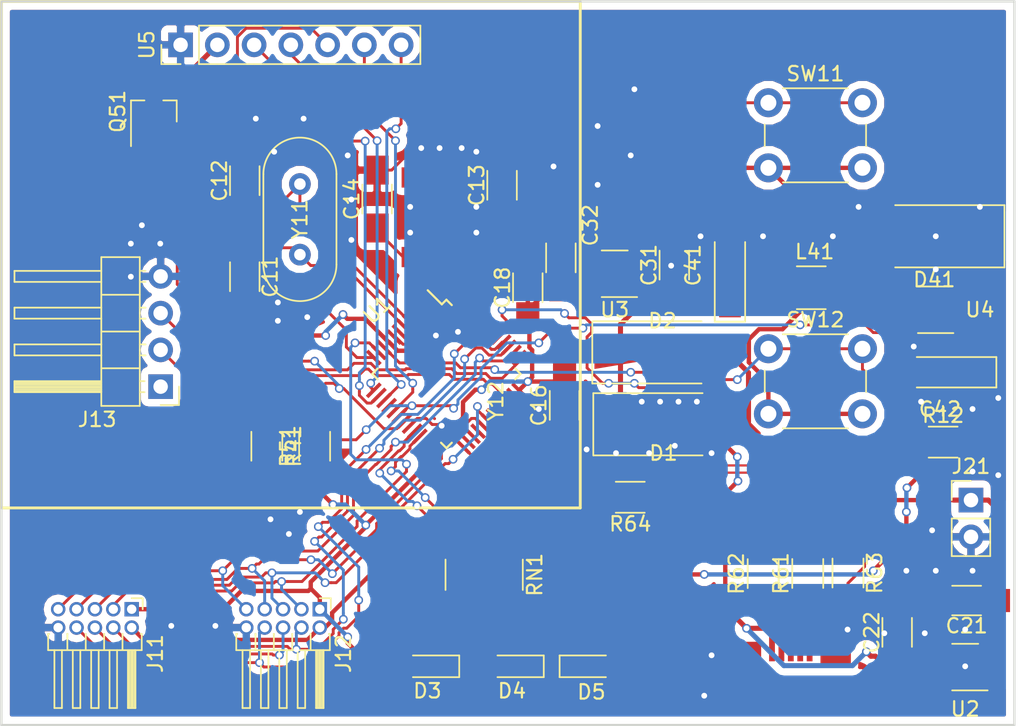
<source format=kicad_pcb>
(kicad_pcb (version 4) (host pcbnew 4.0.7)
  (layers (0 F.Cu signal) (31 B.Cu signal) (34 B.Paste user) (35 F.Paste user) (36 B.SilkS user) (37 F.SilkS user) (38 B.Mask user) (39 F.Mask user) (44 Edge.Cuts user))
  (net 0 "")
  (net 1 "Net-(C11-Pad1)")
  (net 2 GND)
  (net 3 "Net-(C12-Pad1)")
  (net 4 "Net-(C13-Pad1)")
  (net 5 "Net-(C14-Pad1)")
  (net 6 /Reset)
  (net 7 +3V3)
  (net 8 +BATT)
  (net 9 VBUS)
  (net 10 VDD)
  (net 11 +5V)
  (net 12 "Net-(D3-Pad1)")
  (net 13 "Net-(D4-Pad1)")
  (net 14 "Net-(D5-Pad1)")
  (net 15 "Net-(D41-Pad2)")
  (net 16 /Ana_In)
  (net 17 /Fwd_Limit)
  (net 18 /Quad_B)
  (net 19 "Net-(J11-Pad6)")
  (net 20 /Quad_A)
  (net 21 /Rev_Limit)
  (net 22 /Quad_Index)
  (net 23 "Net-(J13-Pad1)")
  (net 24 /SWDIO)
  (net 25 /SWCLK)
  (net 26 /OLED_En)
  (net 27 "Net-(Q51-Pad3)")
  (net 28 /Power_Btn)
  (net 29 /D+)
  (net 30 /D-)
  (net 31 /USB_PU)
  (net 32 /VBus_Sense)
  (net 33 /Fwd_LED)
  (net 34 /Rev_LED)
  (net 35 /Pwr_LED)
  (net 36 /UI_Btn)
  (net 37 "Net-(U1-Pad1)")
  (net 38 /OLED_RES)
  (net 39 /OLED_DC)
  (net 40 /OLED_CS)
  (net 41 /SCK)
  (net 42 /MISO)
  (net 43 /MOSI)
  (net 44 /Boost_En)
  (net 45 "Net-(U1-Pad26)")
  (net 46 "Net-(U1-Pad27)")
  (net 47 "Net-(U1-Pad28)")
  (net 48 "Net-(U1-Pad42)")
  (net 49 "Net-(U1-Pad43)")
  (net 50 "Net-(U1-Pad45)")
  (net 51 "Net-(U1-Pad46)")
  (net 52 "Net-(U3-Pad4)")
  (net 53 "Net-(U4-Pad3)")
  (net 54 /P+)
  (net 55 /P-)
  (net 56 "Net-(RN1-Pad1)")
  (net 57 "Net-(RN1-Pad8)")
  (module Pin_Headers:Pin_Header_Angled_2x05_Pitch1.27mm (layer F.Cu) (at 44 72 270)
    (fp_text reference J11 (at 3.0675 -1.635 270) (layer F.SilkS))
    (fp_text value "SRX 1")
    (pad 1 thru_hole rect (at 0 0 270) (size 1 1) (drill 0.65) (layers *.Cu *.Mask) (net 7 +3V3))
    (pad 2 thru_hole oval (at 1.27 0 270) (size 1 1) (drill 0.65) (layers *.Cu *.Mask) (net 11 +5V))
    (pad 3 thru_hole oval (at 0 1.27 270) (size 1 1) (drill 0.65) (layers *.Cu *.Mask) (net 16 /Ana_In))
    (pad 4 thru_hole oval (at 1.27 1.27 270) (size 1 1) (drill 0.65) (layers *.Cu *.Mask) (net 17 /Fwd_Limit))
    (pad 5 thru_hole oval (at 0 2.54 270) (size 1 1) (drill 0.65) (layers *.Cu *.Mask) (net 18 /Quad_B))
    (pad 6 thru_hole oval (at 1.27 2.54 270) (size 1 1) (drill 0.65) (layers *.Cu *.Mask) (net 19 "Net-(J11-Pad6)"))
    (pad 7 thru_hole oval (at 0 3.81 270) (size 1 1) (drill 0.65) (layers *.Cu *.Mask) (net 20 /Quad_A))
    (pad 8 thru_hole oval (at 1.27 3.81 270) (size 1 1) (drill 0.65) (layers *.Cu *.Mask) (net 21 /Rev_Limit))
    (pad 9 thru_hole oval (at 0 5.08 270) (size 1 1) (drill 0.65) (layers *.Cu *.Mask) (net 22 /Quad_Index))
    (pad 10 thru_hole oval (at 1.27 5.08 270) (size 1 1) (drill 0.65) (layers *.Cu *.Mask) (net 2 GND))
  )
  (module Capacitors_SMD:C_1206_HandSoldering (layer F.Cu) (at 51.816 49.022 270)
    (fp_text reference C11 (at 0 -1.75 270) (layer F.SilkS))
    (fp_text value 20p)
    (pad 1 smd rect (at -2 0 270) (size 2 1.6) (layers F.Cu F.Paste F.Mask) (net 1 "Net-(C11-Pad1)"))
    (pad 2 smd rect (at 2 0 270) (size 2 1.6) (layers F.Cu F.Paste F.Mask) (net 2 GND))
  )
  (module Capacitors_SMD:C_1206_HandSoldering (layer F.Cu) (at 51.816 42.386 90)
    (fp_text reference C12 (at 0 -1.75 90) (layer F.SilkS))
    (fp_text value 20p)
    (pad 1 smd rect (at -2 0 90) (size 2 1.6) (layers F.Cu F.Paste F.Mask) (net 3 "Net-(C12-Pad1)"))
    (pad 2 smd rect (at 2 0 90) (size 2 1.6) (layers F.Cu F.Paste F.Mask) (net 2 GND))
  )
  (module Capacitors_SMD:C_1206_HandSoldering (layer F.Cu) (at 69.596 42.704 90)
    (fp_text reference C13 (at 0 -1.75 90) (layer F.SilkS))
    (fp_text value 20p)
    (pad 1 smd rect (at -2 0 90) (size 2 1.6) (layers F.Cu F.Paste F.Mask) (net 4 "Net-(C13-Pad1)"))
    (pad 2 smd rect (at 2 0 90) (size 2 1.6) (layers F.Cu F.Paste F.Mask) (net 2 GND))
  )
  (module Capacitors_SMD:C_1206_HandSoldering (layer F.Cu) (at 60.96 43.656 90)
    (fp_text reference C14 (at 0 -1.75 90) (layer F.SilkS))
    (fp_text value 20p)
    (pad 1 smd rect (at -2 0 90) (size 2 1.6) (layers F.Cu F.Paste F.Mask) (net 5 "Net-(C14-Pad1)"))
    (pad 2 smd rect (at 2 0 90) (size 2 1.6) (layers F.Cu F.Paste F.Mask) (net 2 GND))
  )
  (module Capacitors_SMD:C_1206_HandSoldering (layer F.Cu) (at 73.914 57.912 270)
    (fp_text reference C16 (at 0 1.778 270) (layer F.SilkS))
    (fp_text value 0.1uF)
    (pad 1 smd rect (at -2 0 270) (size 2 1.6) (layers F.Cu F.Paste F.Mask) (net 7 +3V3))
    (pad 2 smd rect (at 2 0 270) (size 2 1.6) (layers F.Cu F.Paste F.Mask) (net 2 GND))
  )
  (module Capacitors_SMD:C_1206_HandSoldering (layer F.Cu) (at 71.374 49.784 90)
    (fp_text reference C18 (at 0 -1.75 90) (layer F.SilkS))
    (fp_text value 0.1uF)
    (pad 1 smd rect (at -2 0 90) (size 2 1.6) (layers F.Cu F.Paste F.Mask) (net 7 +3V3))
    (pad 2 smd rect (at 2 0 90) (size 2 1.6) (layers F.Cu F.Paste F.Mask) (net 2 GND))
  )
  (module Capacitors_SMD:C_1206_HandSoldering (layer F.Cu) (at 101.7 71.4 180)
    (fp_text reference C21 (at 0 -1.75 180) (layer F.SilkS))
    (fp_text value 1uF)
    (pad 1 smd rect (at -2 0 180) (size 2 1.6) (layers F.Cu F.Paste F.Mask) (net 8 +BATT))
    (pad 2 smd rect (at 2 0 180) (size 2 1.6) (layers F.Cu F.Paste F.Mask) (net 2 GND))
  )
  (module Capacitors_SMD:C_1206_HandSoldering (layer F.Cu) (at 96.9 73.6 90)
    (fp_text reference C22 (at 0 -1.75 90) (layer F.SilkS))
    (fp_text value 1uF)
    (pad 1 smd rect (at -2 0 90) (size 2 1.6) (layers F.Cu F.Paste F.Mask) (net 9 VBUS))
    (pad 2 smd rect (at 2 0 90) (size 2 1.6) (layers F.Cu F.Paste F.Mask) (net 2 GND))
  )
  (module Capacitors_SMD:C_1206_HandSoldering (layer F.Cu) (at 81.5 48.22 90)
    (fp_text reference C31 (at 0 -1.75 90) (layer F.SilkS))
    (fp_text value 1uF)
    (pad 1 smd rect (at -2 0 90) (size 2 1.6) (layers F.Cu F.Paste F.Mask) (net 10 VDD))
    (pad 2 smd rect (at 2 0 90) (size 2 1.6) (layers F.Cu F.Paste F.Mask) (net 2 GND))
  )
  (module Capacitors_SMD:C_1206_HandSoldering (layer F.Cu) (at 73.66 47.72 90)
    (fp_text reference C32 (at 2.254 2.032 90) (layer F.SilkS))
    (fp_text value 1uF)
    (pad 1 smd rect (at -2 0 90) (size 2 1.6) (layers F.Cu F.Paste F.Mask) (net 7 +3V3))
    (pad 2 smd rect (at 2 0 90) (size 2 1.6) (layers F.Cu F.Paste F.Mask) (net 2 GND))
  )
  (module Diodes_SMD:D_SMA-SMB_Universal_Handsoldering (layer F.Cu) (at 80.75 59.22)
    (fp_text reference D1 (at 0 1.994) (layer F.SilkS))
    (fp_text value MBRS140)
    (pad 1 smd trapezoid (at -2.9 0) (size 3.6 1.7) (rect_delta 0.6 0) (layers F.Cu F.Paste F.Mask) (net 10 VDD))
    (pad 2 smd trapezoid (at 2.9 0 180) (size 3.6 1.7) (rect_delta 0.6 0) (layers F.Cu F.Paste F.Mask) (net 9 VBUS))
  )
  (module Diodes_SMD:D_SMA-SMB_Universal_Handsoldering (layer F.Cu) (at 80.68 54.25)
    (fp_text reference D2 (at 0 -2.18) (layer F.SilkS))
    (fp_text value MBRS140)
    (pad 1 smd trapezoid (at -2.9 0) (size 3.6 1.7) (rect_delta 0.6 0) (layers F.Cu F.Paste F.Mask) (net 10 VDD))
    (pad 2 smd trapezoid (at 2.9 0 180) (size 3.6 1.7) (rect_delta 0.6 0) (layers F.Cu F.Paste F.Mask) (net 8 +BATT))
  )
  (module LEDs:LED_0805_HandSoldering (layer F.Cu) (at 64.436 75.946 180)
    (fp_text reference D3 (at 0 -1.7 180) (layer F.SilkS))
    (fp_text value LED)
    (pad 1 smd rect (at -1.35 0 180) (size 1.5 1.3) (layers F.Cu F.Paste F.Mask) (net 12 "Net-(D3-Pad1)"))
    (pad 2 smd rect (at 1.35 0 180) (size 1.5 1.3) (layers F.Cu F.Paste F.Mask) (net 7 +3V3))
  )
  (module LEDs:LED_0805_HandSoldering (layer F.Cu) (at 70.278 75.946 180)
    (fp_text reference D4 (at 0 -1.7 180) (layer F.SilkS))
    (fp_text value LED)
    (pad 1 smd rect (at -1.35 0 180) (size 1.5 1.3) (layers F.Cu F.Paste F.Mask) (net 13 "Net-(D4-Pad1)"))
    (pad 2 smd rect (at 1.35 0 180) (size 1.5 1.3) (layers F.Cu F.Paste F.Mask) (net 7 +3V3))
  )
  (module LEDs:LED_0805_HandSoldering (layer F.Cu) (at 75.772 75.946)
    (fp_text reference D5 (at 0 1.778) (layer F.SilkS))
    (fp_text value LED)
    (pad 1 smd rect (at -1.35 0) (size 1.5 1.3) (layers F.Cu F.Paste F.Mask) (net 14 "Net-(D5-Pad1)"))
    (pad 2 smd rect (at 1.35 0) (size 1.5 1.3) (layers F.Cu F.Paste F.Mask) (net 7 +3V3))
  )
  (module Diodes_SMD:D_SMA-SMB_Universal_Handsoldering (layer F.Cu) (at 99.462 46.228 180)
    (fp_text reference D41 (at 0 -3 180) (layer F.SilkS))
    (fp_text value MBRS140)
    (pad 1 smd trapezoid (at -2.9 0 180) (size 3.6 1.7) (rect_delta 0.6 0) (layers F.Cu F.Paste F.Mask) (net 11 +5V))
    (pad 2 smd trapezoid (at 2.9 0) (size 3.6 1.7) (rect_delta 0.6 0) (layers F.Cu F.Paste F.Mask) (net 15 "Net-(D41-Pad2)"))
  )
  (module Pin_Headers:Pin_Header_Angled_2x05_Pitch1.27mm (layer F.Cu) (at 57 72 270)
    (fp_text reference J12 (at 3.0675 -1.635 270) (layer F.SilkS))
    (fp_text value "SRX 2")
    (pad 1 thru_hole rect (at 0 0 270) (size 1 1) (drill 0.65) (layers *.Cu *.Mask) (net 7 +3V3))
    (pad 2 thru_hole oval (at 1.27 0 270) (size 1 1) (drill 0.65) (layers *.Cu *.Mask) (net 11 +5V))
    (pad 3 thru_hole oval (at 0 1.27 270) (size 1 1) (drill 0.65) (layers *.Cu *.Mask) (net 16 /Ana_In))
    (pad 4 thru_hole oval (at 1.27 1.27 270) (size 1 1) (drill 0.65) (layers *.Cu *.Mask) (net 17 /Fwd_Limit))
    (pad 5 thru_hole oval (at 0 2.54 270) (size 1 1) (drill 0.65) (layers *.Cu *.Mask) (net 18 /Quad_B))
    (pad 6 thru_hole oval (at 1.27 2.54 270) (size 1 1) (drill 0.65) (layers *.Cu *.Mask) (net 19 "Net-(J11-Pad6)"))
    (pad 7 thru_hole oval (at 0 3.81 270) (size 1 1) (drill 0.65) (layers *.Cu *.Mask) (net 20 /Quad_A))
    (pad 8 thru_hole oval (at 1.27 3.81 270) (size 1 1) (drill 0.65) (layers *.Cu *.Mask) (net 21 /Rev_Limit))
    (pad 9 thru_hole oval (at 0 5.08 270) (size 1 1) (drill 0.65) (layers *.Cu *.Mask) (net 22 /Quad_Index))
    (pad 10 thru_hole oval (at 1.27 5.08 270) (size 1 1) (drill 0.65) (layers *.Cu *.Mask) (net 2 GND))
  )
  (module Pin_Headers:Pin_Header_Angled_1x04_Pitch2.54mm (layer F.Cu) (at 46 56.62 180)
    (fp_text reference J13 (at 4.385 -2.27 180) (layer F.SilkS))
    (fp_text value SWD)
    (pad 1 thru_hole rect (at 0 0 180) (size 1.7 1.7) (drill 1) (layers *.Cu *.Mask) (net 23 "Net-(J13-Pad1)"))
    (pad 2 thru_hole oval (at 0 2.54 180) (size 1.7 1.7) (drill 1) (layers *.Cu *.Mask) (net 24 /SWDIO))
    (pad 3 thru_hole oval (at 0 5.08 180) (size 1.7 1.7) (drill 1) (layers *.Cu *.Mask) (net 25 /SWCLK))
    (pad 4 thru_hole oval (at 0 7.62 180) (size 1.7 1.7) (drill 1) (layers *.Cu *.Mask) (net 2 GND))
  )
  (module Pin_Headers:Pin_Header_Straight_1x02_Pitch2.54mm (layer F.Cu) (at 102 64.46)
    (fp_text reference J21 (at 0 -2.33) (layer F.SilkS))
    (fp_text value Batt)
    (pad 1 thru_hole rect (at 0 0) (size 1.7 1.7) (drill 1) (layers *.Cu *.Mask) (net 8 +BATT))
    (pad 2 thru_hole oval (at 0 2.54) (size 1.7 1.7) (drill 1) (layers *.Cu *.Mask) (net 2 GND))
  )
  (module "Project 23:usbMicro" (layer F.Cu) (at 89.55 77.6)
    (fp_text reference J61)
    (fp_text value USB_Micro)
    (pad 5 smd rect (at 1.3 -3) (size 0.4 2) (layers F.Cu F.Paste F.Mask) (net 2 GND))
    (pad 4 smd rect (at 0.65 -3) (size 0.4 2) (layers F.Cu F.Paste F.Mask) (net 2 GND))
    (pad 3 smd rect (at 0 -3) (size 0.4 2) (layers F.Cu F.Paste F.Mask) (net 54 /P+))
    (pad 2 smd rect (at -0.65 -3) (size 0.4 2) (layers F.Cu F.Paste F.Mask) (net 55 /P-))
    (pad 6 smd rect (at 3.1 -2.55) (size 2.1 1.6) (layers F.Cu F.Paste F.Mask) (net 2 GND))
    (pad 6 smd rect (at -3.1 -2.55) (size 2.1 1.6) (layers F.Cu F.Paste F.Mask) (net 2 GND))
    (pad 6 smd rect (at 3.85 0) (size 1.9 1.9) (layers F.Cu F.Paste F.Mask) (net 2 GND))
    (pad 6 smd rect (at -3.85 0) (size 1.9 1.9) (layers F.Cu F.Paste F.Mask) (net 2 GND))
    (pad 6 smd rect (at -1.2 0) (size 1.9 1.9) (layers F.Cu F.Paste F.Mask) (net 2 GND))
    (pad 6 smd rect (at 1.2 0) (size 1.9 1.9) (layers F.Cu F.Paste F.Mask) (net 2 GND))
    (pad 1 smd rect (at -1.3 -3) (size 0.4 2) (layers F.Cu F.Paste F.Mask) (net 9 VBUS))
  )
  (module Resistors_SMD:R_1210_HandSoldering (layer F.Cu) (at 90.964 49.784 180)
    (fp_text reference L41 (at -0.23 2.49 180) (layer F.SilkS))
    (fp_text value 47uH)
    (pad 1 smd rect (at -2 0 180) (size 2 2.5) (layers F.Cu F.Paste F.Mask) (net 15 "Net-(D41-Pad2)"))
    (pad 2 smd rect (at 2 0 180) (size 2 2.5) (layers F.Cu F.Paste F.Mask) (net 10 VDD))
  )
  (module TO_SOT_Packages_SMD:SOT-23_Handsoldering (layer F.Cu) (at 45.532 37.6 90)
    (fp_text reference Q51 (at 0 -2.5 90) (layer F.SilkS))
    (fp_text value Si2315)
    (pad 1 smd rect (at -1.5 -0.95 90) (size 1.9 0.8) (layers F.Cu F.Paste F.Mask) (net 26 /OLED_En))
    (pad 2 smd rect (at -1.5 0.95 90) (size 1.9 0.8) (layers F.Cu F.Paste F.Mask) (net 7 +3V3))
    (pad 3 smd rect (at 1.5 0 90) (size 1.9 0.8) (layers F.Cu F.Paste F.Mask) (net 27 "Net-(Q51-Pad3)"))
  )
  (module Resistors_SMD:R_1206_HandSoldering (layer F.Cu) (at 100.076 60.452)
    (fp_text reference R12 (at 0 -1.85) (layer F.SilkS))
    (fp_text value 10k)
    (pad 1 smd rect (at -2 0) (size 2 1.7) (layers F.Cu F.Paste F.Mask) (net 28 /Power_Btn))
    (pad 2 smd rect (at 2 0) (size 2 1.7) (layers F.Cu F.Paste F.Mask) (net 2 GND))
  )
  (module Resistors_SMD:R_1206_HandSoldering (layer F.Cu) (at 56.642 60.738 90)
    (fp_text reference R51 (at 0 -1.85 90) (layer F.SilkS))
    (fp_text value 10k)
    (pad 1 smd rect (at -2 0 90) (size 2 1.7) (layers F.Cu F.Paste F.Mask) (net 7 +3V3))
    (pad 2 smd rect (at 2 0 90) (size 2 1.7) (layers F.Cu F.Paste F.Mask) (net 26 /OLED_En))
  )
  (module Resistors_SMD:R_1206_HandSoldering (layer F.Cu) (at 90.72 69.53 90)
    (fp_text reference R61 (at 0 -1.85 90) (layer F.SilkS))
    (fp_text value 20R)
    (pad 1 smd rect (at -2 0 90) (size 2 1.7) (layers F.Cu F.Paste F.Mask) (net 54 /P+))
    (pad 2 smd rect (at 2 0 90) (size 2 1.7) (layers F.Cu F.Paste F.Mask) (net 29 /D+))
  )
  (module Resistors_SMD:R_1206_HandSoldering (layer F.Cu) (at 87.64 69.54 90)
    (fp_text reference R62 (at 0 -1.85 90) (layer F.SilkS))
    (fp_text value 20R)
    (pad 1 smd rect (at -2 0 90) (size 2 1.7) (layers F.Cu F.Paste F.Mask) (net 55 /P-))
    (pad 2 smd rect (at 2 0 90) (size 2 1.7) (layers F.Cu F.Paste F.Mask) (net 30 /D-))
  )
  (module Resistors_SMD:R_1206_HandSoldering (layer F.Cu) (at 93.5 69.5 270)
    (fp_text reference R63 (at 0 -1.85 270) (layer F.SilkS))
    (fp_text value 1.5k)
    (pad 1 smd rect (at -2 0 270) (size 2 1.7) (layers F.Cu F.Paste F.Mask) (net 29 /D+))
    (pad 2 smd rect (at 2 0 270) (size 2 1.7) (layers F.Cu F.Paste F.Mask) (net 31 /USB_PU))
  )
  (module Resistors_SMD:R_1206_HandSoldering (layer F.Cu) (at 78.454 64.262 180)
    (fp_text reference R64 (at 0 -1.85 180) (layer F.SilkS))
    (fp_text value 10k)
    (pad 1 smd rect (at -2 0 180) (size 2 1.7) (layers F.Cu F.Paste F.Mask) (net 9 VBUS))
    (pad 2 smd rect (at 2 0 180) (size 2 1.7) (layers F.Cu F.Paste F.Mask) (net 32 /VBus_Sense))
  )
  (module Resistors_SMD:R_Array_Convex_4x1206 (layer F.Cu) (at 68.358 69.62 270)
    (fp_text reference RN1 (at 0 -3.5 270) (layer F.SilkS))
    (fp_text value 1k)
    (pad 1 smd rect (at -1.5 -2 270) (size 0.9 0.9) (layers F.Cu F.Paste F.Mask) (net 56 "Net-(RN1-Pad1)"))
    (pad 4 smd rect (at -1.5 2 270) (size 0.9 0.9) (layers F.Cu F.Paste F.Mask) (net 33 /Fwd_LED))
    (pad 2 smd rect (at -1.5 -0.66 270) (size 0.9 0.9) (layers F.Cu F.Paste F.Mask) (net 35 /Pwr_LED))
    (pad 3 smd rect (at -1.5 0.66 270) (size 0.9 0.9) (layers F.Cu F.Paste F.Mask) (net 34 /Rev_LED))
    (pad 7 smd rect (at 1.5 -0.66 270) (size 0.9 0.9) (layers F.Cu F.Paste F.Mask) (net 14 "Net-(D5-Pad1)"))
    (pad 8 smd rect (at 1.5 -2 270) (size 0.9 0.9) (layers F.Cu F.Paste F.Mask) (net 57 "Net-(RN1-Pad8)"))
    (pad 5 smd rect (at 1.5 2 270) (size 0.9 0.9) (layers F.Cu F.Paste F.Mask) (net 12 "Net-(D3-Pad1)"))
    (pad 6 smd rect (at 1.5 0.66 270) (size 0.9 0.9) (layers F.Cu F.Paste F.Mask) (net 13 "Net-(D4-Pad1)"))
  )
  (module Buttons_Switches_ThroughHole:SW_PUSH_6mm (layer F.Cu) (at 88 37)
    (fp_text reference SW11 (at 3.25 -2) (layer F.SilkS))
    (fp_text value UI_Btn)
    (pad 2 thru_hole circle (at 0 4.5 90) (size 2 2) (drill 1.1) (layers *.Cu *.Mask) (net 7 +3V3))
    (pad 1 thru_hole circle (at 0 0 90) (size 2 2) (drill 1.1) (layers *.Cu *.Mask) (net 36 /UI_Btn))
    (pad 2 thru_hole circle (at 6.5 4.5 90) (size 2 2) (drill 1.1) (layers *.Cu *.Mask) (net 7 +3V3))
    (pad 1 thru_hole circle (at 6.5 0 90) (size 2 2) (drill 1.1) (layers *.Cu *.Mask) (net 36 /UI_Btn))
  )
  (module Buttons_Switches_ThroughHole:SW_PUSH_6mm (layer F.Cu) (at 88 54)
    (fp_text reference SW12 (at 3.25 -2) (layer F.SilkS))
    (fp_text value SW_SPST)
    (pad 2 thru_hole circle (at 0 4.5 90) (size 2 2) (drill 1.1) (layers *.Cu *.Mask) (net 7 +3V3))
    (pad 1 thru_hole circle (at 0 0 90) (size 2 2) (drill 1.1) (layers *.Cu *.Mask) (net 28 /Power_Btn))
    (pad 2 thru_hole circle (at 6.5 4.5 90) (size 2 2) (drill 1.1) (layers *.Cu *.Mask) (net 7 +3V3))
    (pad 1 thru_hole circle (at 6.5 0 90) (size 2 2) (drill 1.1) (layers *.Cu *.Mask) (net 28 /Power_Btn))
  )
  (module Housings_QFP:LQFP-48_7x7mm_Pitch0.5mm (layer F.Cu) (at 65.75 55.74 315)
    (fp_text reference U1 (at -6.520939 0.253144 405) (layer F.SilkS))
    (fp_text value "STM32F103C(8-B)Tx")
    (pad 1 smd rect (at -4.35 -2.75 315) (size 1.3 0.25) (layers F.Cu F.Paste F.Mask) (net 37 "Net-(U1-Pad1)"))
    (pad 2 smd rect (at -4.35 -2.25 315) (size 1.3 0.25) (layers F.Cu F.Paste F.Mask) (net 36 /UI_Btn))
    (pad 3 smd rect (at -4.35 -1.75 315) (size 1.3 0.25) (layers F.Cu F.Paste F.Mask) (net 4 "Net-(C13-Pad1)"))
    (pad 4 smd rect (at -4.35 -1.25 315) (size 1.3 0.25) (layers F.Cu F.Paste F.Mask) (net 5 "Net-(C14-Pad1)"))
    (pad 5 smd rect (at -4.35 -0.75 315) (size 1.3 0.25) (layers F.Cu F.Paste F.Mask) (net 3 "Net-(C12-Pad1)"))
    (pad 6 smd rect (at -4.35 -0.25 315) (size 1.3 0.25) (layers F.Cu F.Paste F.Mask) (net 1 "Net-(C11-Pad1)"))
    (pad 7 smd rect (at -4.35 0.25 315) (size 1.3 0.25) (layers F.Cu F.Paste F.Mask) (net 6 /Reset))
    (pad 8 smd rect (at -4.35 0.75 315) (size 1.3 0.25) (layers F.Cu F.Paste F.Mask) (net 2 GND))
    (pad 9 smd rect (at -4.35 1.25 315) (size 1.3 0.25) (layers F.Cu F.Paste F.Mask) (net 7 +3V3))
    (pad 10 smd rect (at -4.35 1.75 315) (size 1.3 0.25) (layers F.Cu F.Paste F.Mask) (net 28 /Power_Btn))
    (pad 11 smd rect (at -4.35 2.25 315) (size 1.3 0.25) (layers F.Cu F.Paste F.Mask) (net 16 /Ana_In))
    (pad 12 smd rect (at -4.35 2.75 315) (size 1.3 0.25) (layers F.Cu F.Paste F.Mask) (net 38 /OLED_RES))
    (pad 13 smd rect (at -2.75 4.35 45) (size 1.3 0.25) (layers F.Cu F.Paste F.Mask) (net 39 /OLED_DC))
    (pad 14 smd rect (at -2.25 4.35 45) (size 1.3 0.25) (layers F.Cu F.Paste F.Mask) (net 40 /OLED_CS))
    (pad 15 smd rect (at -1.75 4.35 45) (size 1.3 0.25) (layers F.Cu F.Paste F.Mask) (net 41 /SCK))
    (pad 16 smd rect (at -1.25 4.35 45) (size 1.3 0.25) (layers F.Cu F.Paste F.Mask) (net 42 /MISO))
    (pad 17 smd rect (at -0.75 4.35 45) (size 1.3 0.25) (layers F.Cu F.Paste F.Mask) (net 43 /MOSI))
    (pad 18 smd rect (at -0.25 4.35 45) (size 1.3 0.25) (layers F.Cu F.Paste F.Mask) (net 44 /Boost_En))
    (pad 19 smd rect (at 0.25 4.35 45) (size 1.3 0.25) (layers F.Cu F.Paste F.Mask) (net 26 /OLED_En))
    (pad 20 smd rect (at 0.75 4.35 45) (size 1.3 0.25) (layers F.Cu F.Paste F.Mask) (net 2 GND))
    (pad 21 smd rect (at 1.25 4.35 45) (size 1.3 0.25) (layers F.Cu F.Paste F.Mask) (net 33 /Fwd_LED))
    (pad 22 smd rect (at 1.75 4.35 45) (size 1.3 0.25) (layers F.Cu F.Paste F.Mask) (net 34 /Rev_LED))
    (pad 23 smd rect (at 2.25 4.35 45) (size 1.3 0.25) (layers F.Cu F.Paste F.Mask) (net 2 GND))
    (pad 24 smd rect (at 2.75 4.35 45) (size 1.3 0.25) (layers F.Cu F.Paste F.Mask) (net 7 +3V3))
    (pad 25 smd rect (at 4.35 2.75 315) (size 1.3 0.25) (layers F.Cu F.Paste F.Mask) (net 35 /Pwr_LED))
    (pad 26 smd rect (at 4.35 2.25 315) (size 1.3 0.25) (layers F.Cu F.Paste F.Mask) (net 45 "Net-(U1-Pad26)"))
    (pad 27 smd rect (at 4.35 1.75 315) (size 1.3 0.25) (layers F.Cu F.Paste F.Mask) (net 46 "Net-(U1-Pad27)"))
    (pad 28 smd rect (at 4.35 1.25 315) (size 1.3 0.25) (layers F.Cu F.Paste F.Mask) (net 47 "Net-(U1-Pad28)"))
    (pad 29 smd rect (at 4.35 0.75 315) (size 1.3 0.25) (layers F.Cu F.Paste F.Mask) (net 20 /Quad_A))
    (pad 30 smd rect (at 4.35 0.25 315) (size 1.3 0.25) (layers F.Cu F.Paste F.Mask) (net 18 /Quad_B))
    (pad 31 smd rect (at 4.35 -0.25 315) (size 1.3 0.25) (layers F.Cu F.Paste F.Mask) (net 32 /VBus_Sense))
    (pad 32 smd rect (at 4.35 -0.75 315) (size 1.3 0.25) (layers F.Cu F.Paste F.Mask) (net 30 /D-))
    (pad 33 smd rect (at 4.35 -1.25 315) (size 1.3 0.25) (layers F.Cu F.Paste F.Mask) (net 29 /D+))
    (pad 34 smd rect (at 4.35 -1.75 315) (size 1.3 0.25) (layers F.Cu F.Paste F.Mask) (net 24 /SWDIO))
    (pad 35 smd rect (at 4.35 -2.25 315) (size 1.3 0.25) (layers F.Cu F.Paste F.Mask) (net 2 GND))
    (pad 36 smd rect (at 4.35 -2.75 315) (size 1.3 0.25) (layers F.Cu F.Paste F.Mask) (net 7 +3V3))
    (pad 37 smd rect (at 2.75 -4.35 45) (size 1.3 0.25) (layers F.Cu F.Paste F.Mask) (net 25 /SWCLK))
    (pad 38 smd rect (at 2.25 -4.35 45) (size 1.3 0.25) (layers F.Cu F.Paste F.Mask) (net 22 /Quad_Index))
    (pad 39 smd rect (at 1.75 -4.35 45) (size 1.3 0.25) (layers F.Cu F.Paste F.Mask) (net 17 /Fwd_Limit))
    (pad 40 smd rect (at 1.25 -4.35 45) (size 1.3 0.25) (layers F.Cu F.Paste F.Mask) (net 21 /Rev_Limit))
    (pad 41 smd rect (at 0.75 -4.35 45) (size 1.3 0.25) (layers F.Cu F.Paste F.Mask) (net 31 /USB_PU))
    (pad 42 smd rect (at 0.25 -4.35 45) (size 1.3 0.25) (layers F.Cu F.Paste F.Mask) (net 48 "Net-(U1-Pad42)"))
    (pad 43 smd rect (at -0.25 -4.35 45) (size 1.3 0.25) (layers F.Cu F.Paste F.Mask) (net 49 "Net-(U1-Pad43)"))
    (pad 44 smd rect (at -0.75 -4.35 45) (size 1.3 0.25) (layers F.Cu F.Paste F.Mask) (net 2 GND))
    (pad 45 smd rect (at -1.25 -4.35 45) (size 1.3 0.25) (layers F.Cu F.Paste F.Mask) (net 50 "Net-(U1-Pad45)"))
    (pad 46 smd rect (at -1.75 -4.35 45) (size 1.3 0.25) (layers F.Cu F.Paste F.Mask) (net 51 "Net-(U1-Pad46)"))
    (pad 47 smd rect (at -2.25 -4.35 45) (size 1.3 0.25) (layers F.Cu F.Paste F.Mask) (net 2 GND))
    (pad 48 smd rect (at -2.75 -4.35 45) (size 1.3 0.25) (layers F.Cu F.Paste F.Mask) (net 7 +3V3))
  )
  (module TO_SOT_Packages_SMD:SOT-23-5_HandSoldering (layer F.Cu) (at 101.6 76 180)
    (fp_text reference U2 (at 0 -2.9 180) (layer F.SilkS))
    (fp_text value MCP73811)
    (pad 1 smd rect (at -1.35 -0.95 180) (size 1.56 0.65) (layers F.Cu F.Paste F.Mask) (net 9 VBUS))
    (pad 2 smd rect (at -1.35 0 180) (size 1.56 0.65) (layers F.Cu F.Paste F.Mask) (net 2 GND))
    (pad 3 smd rect (at -1.35 0.95 180) (size 1.56 0.65) (layers F.Cu F.Paste F.Mask) (net 8 +BATT))
    (pad 4 smd rect (at 1.35 0.95 180) (size 1.56 0.65) (layers F.Cu F.Paste F.Mask) (net 9 VBUS))
    (pad 5 smd rect (at 1.35 -0.95 180) (size 1.56 0.65) (layers F.Cu F.Paste F.Mask) (net 9 VBUS))
  )
  (module TO_SOT_Packages_SMD:SOT-23-5_HandSoldering (layer F.Cu) (at 77.38 48.82 180)
    (fp_text reference U3 (at 0 -2.488 180) (layer F.SilkS))
    (fp_text value NCP551)
    (pad 1 smd rect (at -1.35 -0.95 180) (size 1.56 0.65) (layers F.Cu F.Paste F.Mask) (net 10 VDD))
    (pad 2 smd rect (at -1.35 0 180) (size 1.56 0.65) (layers F.Cu F.Paste F.Mask) (net 2 GND))
    (pad 3 smd rect (at -1.35 0.95 180) (size 1.56 0.65) (layers F.Cu F.Paste F.Mask) (net 10 VDD))
    (pad 4 smd rect (at 1.35 0.95 180) (size 1.56 0.65) (layers F.Cu F.Paste F.Mask) (net 52 "Net-(U3-Pad4)"))
    (pad 5 smd rect (at 1.35 -0.95 180) (size 1.56 0.65) (layers F.Cu F.Paste F.Mask) (net 7 +3V3))
  )
  (module TO_SOT_Packages_SMD:SOT-23-5_HandSoldering (layer F.Cu) (at 99.234 51.308 180)
    (fp_text reference U4 (at -3.382 0 180) (layer F.SilkS))
    (fp_text value NCP1402)
    (pad 1 smd rect (at -1.35 -0.95 180) (size 1.56 0.65) (layers F.Cu F.Paste F.Mask) (net 44 /Boost_En))
    (pad 2 smd rect (at -1.35 0 180) (size 1.56 0.65) (layers F.Cu F.Paste F.Mask) (net 11 +5V))
    (pad 3 smd rect (at -1.35 0.95 180) (size 1.56 0.65) (layers F.Cu F.Paste F.Mask) (net 53 "Net-(U4-Pad3)"))
    (pad 4 smd rect (at 1.35 0.95 180) (size 1.56 0.65) (layers F.Cu F.Paste F.Mask) (net 2 GND))
    (pad 5 smd rect (at 1.35 -0.95 180) (size 1.56 0.65) (layers F.Cu F.Paste F.Mask) (net 15 "Net-(D41-Pad2)"))
  )
  (module Pin_Headers:Pin_Header_Straight_1x07_Pitch2.54mm (layer F.Cu) (at 47.38 33 90)
    (fp_text reference U5 (at 0 -2.33 90) (layer F.SilkS))
    (fp_text value oled)
    (pad 1 thru_hole rect (at 0 0 90) (size 1.7 1.7) (drill 1) (layers *.Cu *.Mask) (net 2 GND))
    (pad 2 thru_hole oval (at 0 2.54 90) (size 1.7 1.7) (drill 1) (layers *.Cu *.Mask) (net 27 "Net-(Q51-Pad3)"))
    (pad 3 thru_hole oval (at 0 5.08 90) (size 1.7 1.7) (drill 1) (layers *.Cu *.Mask) (net 40 /OLED_CS))
    (pad 4 thru_hole oval (at 0 7.62 90) (size 1.7 1.7) (drill 1) (layers *.Cu *.Mask) (net 39 /OLED_DC))
    (pad 5 thru_hole oval (at 0 10.16 90) (size 1.7 1.7) (drill 1) (layers *.Cu *.Mask) (net 38 /OLED_RES))
    (pad 6 thru_hole oval (at 0 12.7 90) (size 1.7 1.7) (drill 1) (layers *.Cu *.Mask) (net 43 /MOSI))
    (pad 7 thru_hole oval (at 0 15.24 90) (size 1.7 1.7) (drill 1) (layers *.Cu *.Mask) (net 41 /SCK))
  )
  (module "Project 23:ABS25" (layer F.Cu) (at 65.354 44.914 90)
    (fp_text reference Y12 (at -12.7 3.81 90) (layer F.SilkS))
    (fp_text value 32khz)
    (pad "" smd rect (at 2.75 1.6 90) (size 1.4 2.2) (layers F.Cu F.Paste F.Mask))
    (pad "" smd rect (at 2.75 -1.6 90) (size 1.4 2.2) (layers F.Cu F.Paste F.Mask))
    (pad 2 smd rect (at -2.75 -1.6 90) (size 1.4 2.2) (layers F.Cu F.Paste F.Mask) (net 5 "Net-(C14-Pad1)"))
    (pad 1 smd rect (at -2.75 1.6 90) (size 1.4 2.2) (layers F.Cu F.Paste F.Mask) (net 4 "Net-(C13-Pad1)"))
  )
  (module Crystals:Crystal_HC49-U_Vertical (layer F.Cu) (at 55.626 47.498 90)
    (fp_text reference Y11 (at 2.44 0 90) (layer F.SilkS))
    (fp_text value "8 MHz")
    (pad 1 thru_hole circle (at 0 0 90) (size 1.5 1.5) (drill 0.8) (layers *.Cu *.Mask) (net 1 "Net-(C11-Pad1)"))
    (pad 2 thru_hole circle (at 4.88 0 90) (size 1.5 1.5) (drill 0.8) (layers *.Cu *.Mask) (net 3 "Net-(C12-Pad1)"))
  )
  (module Resistors_SMD:R_1206_HandSoldering (layer F.Cu) (at 53.34 60.738 270)
    (fp_text reference R41 (at 0 -1.85 270) (layer F.SilkS))
    (fp_text value 10k)
    (pad 1 smd rect (at -2 0 270) (size 2 1.7) (layers F.Cu F.Paste F.Mask) (net 44 /Boost_En))
    (pad 2 smd rect (at 2 0 270) (size 2 1.7) (layers F.Cu F.Paste F.Mask) (net 2 GND))
  )
  (module Capacitors_Tantalum_SMD:CP_Tantalum_Case-A_EIA-3216-18_Hand (layer F.Cu) (at 85.344 48.228 90)
    (fp_text reference C41 (at 0 -2.55 90) (layer F.SilkS))
    (fp_text value 10uF,Tan)
    (pad 1 smd rect (at -2 0 90) (size 3.2 1.5) (layers F.Cu F.Paste F.Mask) (net 10 VDD))
    (pad 2 smd rect (at 2 0 90) (size 3.2 1.5) (layers F.Cu F.Paste F.Mask) (net 2 GND))
  )
  (module Capacitors_Tantalum_SMD:CP_Tantalum_Case-A_EIA-3216-18_Hand (layer F.Cu) (at 99.854 55.626 180)
    (fp_text reference C42 (at 0 -2.55 180) (layer F.SilkS))
    (fp_text value 47uF,Tan)
    (pad 1 smd rect (at -2 0 180) (size 3.2 1.5) (layers F.Cu F.Paste F.Mask) (net 11 +5V))
    (pad 2 smd rect (at 2 0 180) (size 3.2 1.5) (layers F.Cu F.Paste F.Mask) (net 2 GND))
  )
  (gr_line (start 35 65) (end 35 30) (angle 90) (layer F.SilkS) (width 0.2))
  (gr_line (start 75 65) (end 35 65) (angle 90) (layer F.SilkS) (width 0.2))
  (gr_line (start 75 30) (end 75 65) (angle 90) (layer F.SilkS) (width 0.2))
  (gr_line (start 35 30) (end 75 30) (angle 90) (layer F.SilkS) (width 0.2))
  (gr_line (start 105 80) (end 35 80) (angle 90) (layer Edge.Cuts) (width 0.15))
  (gr_line (start 105 30) (end 105 80) (angle 90) (layer Edge.Cuts) (width 0.15))
  (gr_line (start 35 30) (end 105 30) (angle 90) (layer Edge.Cuts) (width 0.15))
  (gr_line (start 35 30) (end 35 80) (angle 90) (layer Edge.Cuts) (width 0.15))
  (segment (start 64.911916 58.815916) (end 64.931246 58.835246) (width 0.2) (layer F.Cu) (net 0))
  (segment (start 51.816 47.022) (end 55.15 47.022) (width 0.2) (layer F.Cu) (net 1))
  (segment (start 55.15 47.022) (end 55.626 47.498) (width 0.2) (layer F.Cu) (net 1))
  (segment (start 55.626 47.498) (end 56.375999 48.247999) (width 0.2) (layer F.Cu) (net 1))
  (segment (start 56.375999 48.247999) (end 58.611552 48.247999) (width 0.2) (layer F.Cu) (net 1))
  (segment (start 58.611552 48.247999) (end 62.320533 51.95698) (width 0.2) (layer F.Cu) (net 1))
  (segment (start 62.320533 51.95698) (end 62.850862 52.487309) (width 0.2) (layer F.Cu) (net 1))
  (segment (start 54.864 66.802) (end 54.864 66.04) (width 0.2) (layer F.Cu) (net 2))
  (segment (start 54.864 66.04) (end 55.626 65.278) (width 0.2) (layer F.Cu) (net 2))
  (via (at 55.626 65.278) (size 0.6) (drill 0.4) (layers F.Cu B.Cu) (net 2))
  (segment (start 53.594 65.786) (end 53.848 65.786) (width 0.2) (layer B.Cu) (net 2))
  (segment (start 53.848 65.786) (end 54.864 66.802) (width 0.2) (layer B.Cu) (net 2))
  (via (at 54.864 66.802) (size 0.6) (drill 0.4) (layers F.Cu B.Cu) (net 2))
  (segment (start 53.34 62.738) (end 53.34 65.532) (width 0.2) (layer F.Cu) (net 2))
  (segment (start 53.34 65.532) (end 53.594 65.786) (width 0.2) (layer F.Cu) (net 2))
  (via (at 53.594 65.786) (size 0.6) (drill 0.4) (layers F.Cu B.Cu) (net 2))
  (segment (start 97.854 55.626) (end 97.854 54.038) (width 0.2) (layer F.Cu) (net 2))
  (segment (start 97.854 54.038) (end 98.044 53.848) (width 0.2) (layer F.Cu) (net 2))
  (via (at 98.044 53.848) (size 0.6) (drill 0.4) (layers F.Cu B.Cu) (net 2))
  (segment (start 97.854 55.626) (end 97.854 56.96) (width 0.2) (layer F.Cu) (net 2))
  (segment (start 97.854 56.96) (end 98.552 57.658) (width 0.2) (layer F.Cu) (net 2))
  (via (at 98.552 57.658) (size 0.6) (drill 0.4) (layers F.Cu B.Cu) (net 2))
  (segment (start 49.784 73.152) (end 46.736 73.152) (width 0.2) (layer B.Cu) (net 2))
  (via (at 46.736 73.152) (size 0.6) (drill 0.4) (layers F.Cu B.Cu) (net 2))
  (segment (start 51.92 73.27) (end 49.902 73.27) (width 0.2) (layer F.Cu) (net 2))
  (segment (start 49.902 73.27) (end 49.784 73.152) (width 0.2) (layer F.Cu) (net 2))
  (via (at 49.784 73.152) (size 0.6) (drill 0.4) (layers F.Cu B.Cu) (net 2))
  (segment (start 67.818 44.196) (end 67.818 45.974) (width 0.2) (layer B.Cu) (net 2))
  (via (at 67.818 45.974) (size 0.6) (drill 0.4) (layers F.Cu B.Cu) (net 2))
  (segment (start 63.246 44.196) (end 67.818 44.196) (width 0.2) (layer F.Cu) (net 2))
  (via (at 67.818 44.196) (size 0.6) (drill 0.4) (layers F.Cu B.Cu) (net 2))
  (segment (start 45.974 46.736) (end 43.942 46.736) (width 0.2) (layer F.Cu) (net 2))
  (via (at 43.942 46.736) (size 0.6) (drill 0.4) (layers F.Cu B.Cu) (net 2))
  (segment (start 43.942 49.022) (end 45.978 49.022) (width 0.2) (layer B.Cu) (net 2))
  (segment (start 45.978 49.022) (end 46 49) (width 0.2) (layer B.Cu) (net 2))
  (segment (start 44.704 45.466) (end 43.942 46.228) (width 0.2) (layer F.Cu) (net 2))
  (segment (start 43.942 46.228) (end 43.942 49.022) (width 0.2) (layer F.Cu) (net 2))
  (via (at 43.942 49.022) (size 0.6) (drill 0.4) (layers F.Cu B.Cu) (net 2))
  (segment (start 45.974 46.736) (end 44.704 45.466) (width 0.2) (layer B.Cu) (net 2))
  (via (at 44.704 45.466) (size 0.6) (drill 0.4) (layers F.Cu B.Cu) (net 2))
  (segment (start 46 49) (end 46 46.762) (width 0.2) (layer F.Cu) (net 2))
  (segment (start 46 46.762) (end 45.974 46.736) (width 0.2) (layer F.Cu) (net 2))
  (via (at 45.974 46.736) (size 0.6) (drill 0.4) (layers F.Cu B.Cu) (net 2))
  (segment (start 54.102 52.07) (end 55.88 52.07) (width 0.2) (layer F.Cu) (net 2))
  (segment (start 55.88 52.07) (end 56.134 51.816) (width 0.2) (layer F.Cu) (net 2))
  (via (at 56.134 51.816) (size 0.6) (drill 0.4) (layers F.Cu B.Cu) (net 2))
  (segment (start 54.102 50.8) (end 54.102 52.07) (width 0.2) (layer B.Cu) (net 2))
  (via (at 54.102 52.07) (size 0.6) (drill 0.4) (layers F.Cu B.Cu) (net 2))
  (segment (start 51.816 51.022) (end 53.88 51.022) (width 0.2) (layer F.Cu) (net 2))
  (segment (start 53.88 51.022) (end 54.102 50.8) (width 0.2) (layer F.Cu) (net 2))
  (via (at 54.102 50.8) (size 0.6) (drill 0.4) (layers F.Cu B.Cu) (net 2))
  (segment (start 76.2 42.672) (end 78.232 40.64) (width 0.2) (layer B.Cu) (net 2))
  (via (at 78.486 40.64) (size 0.6) (drill 0.4) (layers F.Cu B.Cu) (net 2))
  (segment (start 78.232 40.64) (end 78.486 40.64) (width 0.2) (layer B.Cu) (net 2))
  (segment (start 73.66 45.72) (end 73.66 45.52) (width 0.2) (layer F.Cu) (net 2))
  (segment (start 73.66 45.52) (end 76.2 42.98) (width 0.2) (layer F.Cu) (net 2))
  (segment (start 76.2 42.98) (end 76.2 42.672) (width 0.2) (layer F.Cu) (net 2))
  (via (at 76.2 42.672) (size 0.6) (drill 0.4) (layers F.Cu B.Cu) (net 2))
  (segment (start 76.2 38.608) (end 78.74 36.068) (width 0.2) (layer F.Cu) (net 2))
  (via (at 78.74 36.068) (size 0.6) (drill 0.4) (layers F.Cu B.Cu) (net 2))
  (segment (start 73.152 41.402) (end 75.946 38.608) (width 0.2) (layer B.Cu) (net 2))
  (segment (start 75.946 38.608) (end 76.2 38.608) (width 0.2) (layer B.Cu) (net 2))
  (via (at 76.2 38.608) (size 0.6) (drill 0.4) (layers F.Cu B.Cu) (net 2))
  (segment (start 69.596 40.704) (end 72.454 40.704) (width 0.2) (layer F.Cu) (net 2))
  (segment (start 72.454 40.704) (end 73.152 41.402) (width 0.2) (layer F.Cu) (net 2))
  (via (at 73.152 41.402) (size 0.6) (drill 0.4) (layers F.Cu B.Cu) (net 2))
  (segment (start 63.246 44.196) (end 63.246 45.974) (width 0.2) (layer B.Cu) (net 2))
  (via (at 63.246 45.974) (size 0.6) (drill 0.4) (layers F.Cu B.Cu) (net 2))
  (segment (start 59.182 43.688) (end 62.738 43.688) (width 0.2) (layer F.Cu) (net 2))
  (segment (start 62.738 43.688) (end 63.246 44.196) (width 0.2) (layer F.Cu) (net 2))
  (via (at 63.246 44.196) (size 0.6) (drill 0.4) (layers F.Cu B.Cu) (net 2))
  (segment (start 59.182 43.688) (end 59.182 46.482) (width 0.2) (layer B.Cu) (net 2))
  (via (at 59.182 46.482) (size 0.6) (drill 0.4) (layers F.Cu B.Cu) (net 2))
  (segment (start 58.928 40.64) (end 58.928 43.434) (width 0.2) (layer F.Cu) (net 2))
  (segment (start 58.928 43.434) (end 59.182 43.688) (width 0.2) (layer F.Cu) (net 2))
  (via (at 59.182 43.688) (size 0.6) (drill 0.4) (layers F.Cu B.Cu) (net 2))
  (segment (start 55.88 38.1) (end 56.388 38.1) (width 0.2) (layer B.Cu) (net 2))
  (segment (start 56.388 38.1) (end 58.928 40.64) (width 0.2) (layer B.Cu) (net 2))
  (via (at 58.928 40.64) (size 0.6) (drill 0.4) (layers F.Cu B.Cu) (net 2))
  (segment (start 52.578 38.1) (end 55.88 38.1) (width 0.2) (layer F.Cu) (net 2))
  (via (at 55.88 38.1) (size 0.6) (drill 0.4) (layers F.Cu B.Cu) (net 2))
  (segment (start 53.848 40.386) (end 53.848 39.37) (width 0.2) (layer B.Cu) (net 2))
  (segment (start 53.848 39.37) (end 52.578 38.1) (width 0.2) (layer B.Cu) (net 2))
  (via (at 52.578 38.1) (size 0.6) (drill 0.4) (layers F.Cu B.Cu) (net 2))
  (segment (start 51.816 40.386) (end 53.848 40.386) (width 0.2) (layer F.Cu) (net 2))
  (via (at 53.848 40.386) (size 0.6) (drill 0.4) (layers F.Cu B.Cu) (net 2))
  (segment (start 102 67) (end 99.766 67) (width 0.2) (layer F.Cu) (net 2))
  (segment (start 99.766 67) (end 99.314 66.548) (width 0.2) (layer F.Cu) (net 2))
  (via (at 99.314 66.548) (size 0.6) (drill 0.4) (layers F.Cu B.Cu) (net 2))
  (segment (start 99.568 69.342) (end 102.108 69.342) (width 0.2) (layer F.Cu) (net 2))
  (via (at 102.108 69.342) (size 0.6) (drill 0.4) (layers F.Cu B.Cu) (net 2))
  (segment (start 97.536 69.342) (end 99.568 69.342) (width 0.2) (layer B.Cu) (net 2))
  (via (at 99.568 69.342) (size 0.6) (drill 0.4) (layers F.Cu B.Cu) (net 2))
  (segment (start 97.028 69.85) (end 97.536 69.342) (width 0.2) (layer F.Cu) (net 2))
  (via (at 97.536 69.342) (size 0.6) (drill 0.4) (layers F.Cu B.Cu) (net 2))
  (segment (start 97.028 71.272) (end 97.028 69.85) (width 0.2) (layer F.Cu) (net 2))
  (segment (start 96.9 71.6) (end 96.9 71.4) (width 0.2) (layer F.Cu) (net 2))
  (segment (start 96.9 71.4) (end 97.028 71.272) (width 0.2) (layer F.Cu) (net 2))
  (segment (start 63.204416 59.346245) (end 63.734745 58.815916) (width 0.2) (layer F.Cu) (net 2))
  (segment (start 63.734745 58.815916) (end 64.346218 58.815916) (width 0.2) (layer F.Cu) (net 2))
  (segment (start 64.346218 58.815916) (end 64.765556 59.235254) (width 0.2) (layer F.Cu) (net 2))
  (segment (start 64.765556 59.235254) (end 65.336211 59.235254) (width 0.2) (layer F.Cu) (net 2))
  (segment (start 65.336211 59.235254) (end 65.421798 59.320841) (width 0.2) (layer F.Cu) (net 2))
  (via (at 65.421798 59.320841) (size 0.6) (drill 0.4) (layers F.Cu B.Cu) (net 2))
  (segment (start 64.265076 60.406905) (end 64.335734 60.406905) (width 0.2) (layer F.Cu) (net 2))
  (segment (start 64.335734 60.406905) (end 65.421798 59.320841) (width 0.2) (layer F.Cu) (net 2))
  (segment (start 101.6 75.946) (end 101.6 73.406) (width 0.2) (layer F.Cu) (net 2))
  (segment (start 101.6 75.946) (end 102.896 75.946) (width 0.2) (layer F.Cu) (net 2))
  (segment (start 102.896 75.946) (end 102.95 76) (width 0.2) (layer F.Cu) (net 2))
  (segment (start 84.074 75.184) (end 83.566 75.692) (width 0.2) (layer B.Cu) (net 2))
  (segment (start 83.566 75.692) (end 83.566 77.978) (width 0.2) (layer B.Cu) (net 2))
  (via (at 83.566 77.978) (size 0.6) (drill 0.4) (layers F.Cu B.Cu) (net 2))
  (segment (start 86.45 75.05) (end 84.208 75.05) (width 0.2) (layer F.Cu) (net 2))
  (segment (start 84.208 75.05) (end 84.074 75.184) (width 0.2) (layer F.Cu) (net 2))
  (via (at 84.074 75.184) (size 0.6) (drill 0.4) (layers F.Cu B.Cu) (net 2))
  (segment (start 102.108 62.484) (end 103.632 62.484) (width 0.2) (layer B.Cu) (net 2))
  (segment (start 103.632 62.484) (end 103.886 62.738) (width 0.2) (layer B.Cu) (net 2))
  (via (at 103.886 62.738) (size 0.6) (drill 0.4) (layers F.Cu B.Cu) (net 2))
  (segment (start 102.076 60.452) (end 102.076 62.452) (width 0.2) (layer F.Cu) (net 2))
  (segment (start 102.076 62.452) (end 102.108 62.484) (width 0.2) (layer F.Cu) (net 2))
  (via (at 102.108 62.484) (size 0.6) (drill 0.4) (layers F.Cu B.Cu) (net 2))
  (segment (start 102.108 58.166) (end 102.87 57.404) (width 0.2) (layer B.Cu) (net 2))
  (segment (start 102.87 57.404) (end 103.886 57.404) (width 0.2) (layer B.Cu) (net 2))
  (via (at 103.886 57.404) (size 0.6) (drill 0.4) (layers F.Cu B.Cu) (net 2))
  (segment (start 102.076 60.452) (end 102.076 58.198) (width 0.2) (layer F.Cu) (net 2))
  (segment (start 102.076 58.198) (end 102.108 58.166) (width 0.2) (layer F.Cu) (net 2))
  (via (at 102.108 58.166) (size 0.6) (drill 0.4) (layers F.Cu B.Cu) (net 2))
  (segment (start 94.234 44.196) (end 92.456 45.974) (width 0.2) (layer F.Cu) (net 2))
  (segment (start 92.456 45.974) (end 92.456 46.228) (width 0.2) (layer F.Cu) (net 2))
  (via (at 92.456 46.228) (size 0.6) (drill 0.4) (layers F.Cu B.Cu) (net 2))
  (segment (start 102.616 44.196) (end 94.234 44.196) (width 0.2) (layer B.Cu) (net 2))
  (via (at 94.234 44.196) (size 0.6) (drill 0.4) (layers F.Cu B.Cu) (net 2))
  (segment (start 99.568 46.228) (end 101.6 44.196) (width 0.2) (layer F.Cu) (net 2))
  (segment (start 101.6 44.196) (end 102.616 44.196) (width 0.2) (layer F.Cu) (net 2))
  (via (at 102.616 44.196) (size 0.6) (drill 0.4) (layers F.Cu B.Cu) (net 2))
  (segment (start 99.568 48.514) (end 99.568 46.228) (width 0.2) (layer B.Cu) (net 2))
  (via (at 99.568 46.228) (size 0.6) (drill 0.4) (layers F.Cu B.Cu) (net 2))
  (segment (start 97.884 50.358) (end 97.884 49.833) (width 0.2) (layer F.Cu) (net 2))
  (segment (start 97.884 49.833) (end 99.203 48.514) (width 0.2) (layer F.Cu) (net 2))
  (segment (start 99.203 48.514) (end 99.568 48.514) (width 0.2) (layer F.Cu) (net 2))
  (via (at 99.568 48.514) (size 0.6) (drill 0.4) (layers F.Cu B.Cu) (net 2))
  (segment (start 83.312 46.228) (end 87.63 46.228) (width 0.2) (layer B.Cu) (net 2))
  (via (at 87.63 46.228) (size 0.6) (drill 0.4) (layers F.Cu B.Cu) (net 2))
  (segment (start 81.5 46.22) (end 83.304 46.22) (width 0.2) (layer F.Cu) (net 2))
  (segment (start 83.304 46.22) (end 83.312 46.228) (width 0.2) (layer F.Cu) (net 2))
  (via (at 83.312 46.228) (size 0.6) (drill 0.4) (layers F.Cu B.Cu) (net 2))
  (segment (start 81.788 57.658) (end 83.058 57.658) (width 0.2) (layer B.Cu) (net 2))
  (via (at 83.058 57.658) (size 0.6) (drill 0.4) (layers F.Cu B.Cu) (net 2))
  (segment (start 80.518 57.658) (end 81.788 57.658) (width 0.2) (layer F.Cu) (net 2))
  (via (at 81.788 57.658) (size 0.6) (drill 0.4) (layers F.Cu B.Cu) (net 2))
  (segment (start 80.518 57.658) (end 79.248 57.658) (width 0.2) (layer B.Cu) (net 2))
  (via (at 79.248 57.658) (size 0.6) (drill 0.4) (layers F.Cu B.Cu) (net 2))
  (segment (start 81.234001 60.406001) (end 80.518 59.69) (width 0.2) (layer F.Cu) (net 2))
  (segment (start 80.518 59.69) (end 80.518 57.658) (width 0.2) (layer F.Cu) (net 2))
  (via (at 80.518 57.658) (size 0.6) (drill 0.4) (layers F.Cu B.Cu) (net 2))
  (segment (start 81.534 60.706) (end 81.234001 60.406001) (width 0.2) (layer F.Cu) (net 2))
  (segment (start 81.534 60.706) (end 82.042 61.214) (width 0.2) (layer F.Cu) (net 2))
  (segment (start 82.042 61.214) (end 84.074 61.214) (width 0.2) (layer F.Cu) (net 2))
  (via (at 84.074 61.214) (size 0.6) (drill 0.4) (layers F.Cu B.Cu) (net 2))
  (segment (start 79.756 61.214) (end 81.026 61.214) (width 0.2) (layer B.Cu) (net 2))
  (segment (start 81.026 61.214) (end 81.534 60.706) (width 0.2) (layer B.Cu) (net 2))
  (via (at 81.534 60.706) (size 0.6) (drill 0.4) (layers F.Cu B.Cu) (net 2))
  (segment (start 77.47 61.214) (end 79.756 61.214) (width 0.2) (layer F.Cu) (net 2))
  (via (at 79.756 61.214) (size 0.6) (drill 0.4) (layers F.Cu B.Cu) (net 2))
  (segment (start 75.438 60.96) (end 77.216 60.96) (width 0.2) (layer B.Cu) (net 2))
  (segment (start 77.216 60.96) (end 77.47 61.214) (width 0.2) (layer B.Cu) (net 2))
  (via (at 77.47 61.214) (size 0.6) (drill 0.4) (layers F.Cu B.Cu) (net 2))
  (segment (start 73.914 59.912) (end 74.914 59.912) (width 0.2) (layer F.Cu) (net 2))
  (segment (start 74.914 59.912) (end 75.438 60.436) (width 0.2) (layer F.Cu) (net 2))
  (segment (start 75.438 60.436) (end 75.438 60.96) (width 0.2) (layer F.Cu) (net 2))
  (via (at 75.438 60.96) (size 0.6) (drill 0.4) (layers F.Cu B.Cu) (net 2))
  (segment (start 98.806 73.66) (end 101.346 73.66) (width 0.2) (layer B.Cu) (net 2))
  (segment (start 101.346 73.66) (end 101.6 73.406) (width 0.2) (layer B.Cu) (net 2))
  (via (at 101.6 73.406) (size 0.6) (drill 0.4) (layers F.Cu B.Cu) (net 2))
  (segment (start 96.012 73.66) (end 98.806 73.66) (width 0.2) (layer F.Cu) (net 2))
  (via (at 98.806 73.66) (size 0.6) (drill 0.4) (layers F.Cu B.Cu) (net 2))
  (segment (start 93.472 73.406) (end 95.758 73.406) (width 0.2) (layer B.Cu) (net 2))
  (segment (start 95.758 73.406) (end 96.012 73.66) (width 0.2) (layer B.Cu) (net 2))
  (via (at 96.012 73.66) (size 0.6) (drill 0.4) (layers F.Cu B.Cu) (net 2))
  (segment (start 92.65 75.05) (end 92.65 74.05) (width 0.2) (layer F.Cu) (net 2))
  (segment (start 92.65 74.05) (end 93.294 73.406) (width 0.2) (layer F.Cu) (net 2))
  (segment (start 93.294 73.406) (end 93.472 73.406) (width 0.2) (layer F.Cu) (net 2))
  (via (at 93.472 73.406) (size 0.6) (drill 0.4) (layers F.Cu B.Cu) (net 2))
  (segment (start 90.85 74.6) (end 92.2 74.6) (width 0.2) (layer F.Cu) (net 2))
  (segment (start 92.2 74.6) (end 92.65 75.05) (width 0.2) (layer F.Cu) (net 2))
  (segment (start 90.2 74.6) (end 90.85 74.6) (width 0.2) (layer F.Cu) (net 2))
  (via (at 101.6 75.946) (size 0.6) (drill 0.4) (layers F.Cu B.Cu) (net 2))
  (segment (start 66.802 40.132) (end 67.564 40.132) (width 0.2) (layer B.Cu) (net 2))
  (segment (start 67.564 40.132) (end 67.818 40.386) (width 0.2) (layer B.Cu) (net 2))
  (via (at 67.818 40.386) (size 0.6) (drill 0.4) (layers F.Cu B.Cu) (net 2))
  (segment (start 65.278 40.132) (end 66.802 40.132) (width 0.2) (layer F.Cu) (net 2))
  (via (at 66.802 40.132) (size 0.6) (drill 0.4) (layers F.Cu B.Cu) (net 2))
  (segment (start 64.008 40.132) (end 65.278 40.132) (width 0.2) (layer B.Cu) (net 2))
  (via (at 65.278 40.132) (size 0.6) (drill 0.4) (layers F.Cu B.Cu) (net 2))
  (segment (start 60.96 41.656) (end 61.96 41.656) (width 0.2) (layer F.Cu) (net 2))
  (segment (start 61.96 41.656) (end 63.484 40.132) (width 0.2) (layer F.Cu) (net 2))
  (segment (start 63.484 40.132) (end 64.008 40.132) (width 0.2) (layer F.Cu) (net 2))
  (via (at 64.008 40.132) (size 0.6) (drill 0.4) (layers F.Cu B.Cu) (net 2))
  (segment (start 78.73 48.82) (end 80.72 48.82) (width 0.2) (layer F.Cu) (net 2))
  (segment (start 80.72 48.82) (end 81.28 48.26) (width 0.2) (layer F.Cu) (net 2))
  (via (at 81.28 48.26) (size 0.6) (drill 0.4) (layers F.Cu B.Cu) (net 2))
  (segment (start 62.249807 53.194416) (end 62.744271 53.68888) (width 0.2) (layer F.Cu) (net 2))
  (segment (start 62.143755 53.194416) (end 62.249807 53.194416) (width 0.2) (layer F.Cu) (net 2))
  (segment (start 62.744271 53.68888) (end 64.42112 53.68888) (width 0.2) (layer F.Cu) (net 2))
  (segment (start 64.42112 53.68888) (end 65.024 53.086) (width 0.2) (layer F.Cu) (net 2))
  (via (at 65.024 53.086) (size 0.6) (drill 0.4) (layers F.Cu B.Cu) (net 2))
  (segment (start 70.416905 57.224924) (end 71.357981 58.166) (width 0.2) (layer F.Cu) (net 2))
  (segment (start 71.357981 58.166) (end 72.136 58.166) (width 0.2) (layer F.Cu) (net 2))
  (via (at 72.136 58.166) (size 0.6) (drill 0.4) (layers F.Cu B.Cu) (net 2))
  (segment (start 68.295584 52.133755) (end 67.597339 52.832) (width 0.2) (layer F.Cu) (net 2))
  (segment (start 67.597339 52.832) (end 66.548 52.832) (width 0.2) (layer F.Cu) (net 2))
  (segment (start 67.234924 51.073095) (end 66.548 51.760019) (width 0.2) (layer F.Cu) (net 2))
  (segment (start 66.548 51.760019) (end 66.548 52.832) (width 0.2) (layer F.Cu) (net 2))
  (via (at 66.548 52.832) (size 0.6) (drill 0.4) (layers F.Cu B.Cu) (net 2))
  (segment (start 51.816 44.386) (end 53.858 44.386) (width 0.2) (layer F.Cu) (net 3))
  (segment (start 53.858 44.386) (end 55.626 42.618) (width 0.2) (layer F.Cu) (net 3))
  (segment (start 63.204416 52.133755) (end 55.626 44.555339) (width 0.2) (layer F.Cu) (net 3))
  (segment (start 55.626 44.555339) (end 55.626 42.618) (width 0.2) (layer F.Cu) (net 3))
  (segment (start 69.596 44.704) (end 69.596 45.904) (width 0.2) (layer F.Cu) (net 4))
  (segment (start 69.596 45.904) (end 69.596 45.888) (width 0.2) (layer F.Cu) (net 4))
  (segment (start 66.954 47.664) (end 67.82 47.664) (width 0.2) (layer F.Cu) (net 4))
  (segment (start 67.82 47.664) (end 69.596 45.888) (width 0.2) (layer F.Cu) (net 4))
  (segment (start 69.596 45.888) (end 69.596 45.688) (width 0.2) (layer F.Cu) (net 4))
  (segment (start 63.911522 51.426649) (end 63.381193 50.89632) (width 0.2) (layer F.Cu) (net 4))
  (segment (start 64.972653 49.022) (end 66.496 49.022) (width 0.2) (layer F.Cu) (net 4))
  (segment (start 63.381193 50.89632) (end 63.381193 50.61346) (width 0.2) (layer F.Cu) (net 4))
  (segment (start 63.381193 50.61346) (end 64.972653 49.022) (width 0.2) (layer F.Cu) (net 4))
  (segment (start 66.496 49.022) (end 66.954 48.564) (width 0.2) (layer F.Cu) (net 4))
  (segment (start 66.954 48.564) (end 66.954 47.664) (width 0.2) (layer F.Cu) (net 4))
  (segment (start 60.96 45.656) (end 60.96 45.856) (width 0.2) (layer F.Cu) (net 5))
  (segment (start 60.96 45.856) (end 62.768 47.664) (width 0.2) (layer F.Cu) (net 5))
  (segment (start 62.768 47.664) (end 63.754 47.664) (width 0.2) (layer F.Cu) (net 5))
  (segment (start 63.754 47.664) (end 63.754 48.564) (width 0.2) (layer F.Cu) (net 5))
  (segment (start 63.754 48.564) (end 62.981183 49.336817) (width 0.2) (layer F.Cu) (net 5))
  (segment (start 62.981183 49.336817) (end 62.981183 51.203416) (width 0.2) (layer F.Cu) (net 5))
  (segment (start 62.981183 51.203416) (end 63.02764 51.249873) (width 0.2) (layer F.Cu) (net 5))
  (segment (start 63.02764 51.249873) (end 63.557969 51.780202) (width 0.2) (layer F.Cu) (net 5))
  (segment (start 57.912 64.77) (end 58.759656 64.77) (width 0.3) (layer B.Cu) (net 7))
  (segment (start 58.759656 64.77) (end 60.178033 66.188377) (width 0.3) (layer B.Cu) (net 7))
  (via (at 60.178033 66.188377) (size 0.6) (drill 0.4) (layers F.Cu B.Cu) (net 7))
  (via (at 57.912 64.77) (size 0.6) (drill 0.4) (layers F.Cu B.Cu) (net 7))
  (segment (start 56.642 62.738) (end 56.642 63.5) (width 0.3) (layer F.Cu) (net 7))
  (segment (start 56.642 63.5) (end 57.912 64.77) (width 0.3) (layer F.Cu) (net 7))
  (segment (start 68.928 76.896) (end 69.756 77.724) (width 0.3) (layer F.Cu) (net 7))
  (segment (start 69.756 77.724) (end 76.454 77.724) (width 0.3) (layer F.Cu) (net 7))
  (segment (start 76.454 77.724) (end 77.122 77.056) (width 0.3) (layer F.Cu) (net 7))
  (segment (start 77.122 77.056) (end 77.122 75.946) (width 0.3) (layer F.Cu) (net 7))
  (segment (start 68.1 77.724) (end 64.864 77.724) (width 0.3) (layer F.Cu) (net 7))
  (segment (start 64.864 77.724) (end 63.661205 76.521205) (width 0.3) (layer F.Cu) (net 7))
  (segment (start 68.928 75.946) (end 68.928 76.896) (width 0.3) (layer F.Cu) (net 7))
  (segment (start 68.928 76.896) (end 68.1 77.724) (width 0.3) (layer F.Cu) (net 7))
  (segment (start 58.928 73.914) (end 58.928 74.338264) (width 0.3) (layer F.Cu) (net 7))
  (segment (start 58.928 74.338264) (end 60.535736 75.946) (width 0.3) (layer F.Cu) (net 7))
  (segment (start 60.535736 75.946) (end 62.86359 75.946) (width 0.3) (layer F.Cu) (net 7))
  (segment (start 62.86359 75.946) (end 62.974795 75.834795) (width 0.3) (layer F.Cu) (net 7))
  (segment (start 57 72) (end 57.014 72) (width 0.3) (layer B.Cu) (net 7))
  (segment (start 57.014 72) (end 58.928 73.914) (width 0.3) (layer B.Cu) (net 7))
  (via (at 58.928 73.914) (size 0.6) (drill 0.4) (layers F.Cu B.Cu) (net 7))
  (segment (start 60.178033 66.314382) (end 60.178033 66.188377) (width 0.3) (layer F.Cu) (net 7))
  (segment (start 64.618629 61.037235) (end 64.618629 60.760458) (width 0.3) (layer F.Cu) (net 7))
  (segment (start 60.178033 66.188377) (end 64.618629 61.747781) (width 0.3) (layer F.Cu) (net 7))
  (segment (start 56.373051 70.119364) (end 60.178033 66.314382) (width 0.3) (layer F.Cu) (net 7))
  (segment (start 56.373051 70.573051) (end 56.373051 70.119364) (width 0.3) (layer F.Cu) (net 7))
  (segment (start 64.618629 61.747781) (end 64.618629 61.037235) (width 0.3) (layer F.Cu) (net 7))
  (segment (start 51.577402 70.736541) (end 56.209561 70.736541) (width 0.3) (layer F.Cu) (net 7))
  (segment (start 44 72) (end 50.313943 72) (width 0.3) (layer F.Cu) (net 7))
  (segment (start 50.313943 72) (end 51.577402 70.736541) (width 0.3) (layer F.Cu) (net 7))
  (segment (start 56.209561 70.736541) (end 56.373051 70.573051) (width 0.3) (layer F.Cu) (net 7))
  (segment (start 56.373051 70.573051) (end 57 71.2) (width 0.3) (layer F.Cu) (net 7))
  (segment (start 57 71.2) (end 57 72) (width 0.3) (layer F.Cu) (net 7))
  (segment (start 66.897247 57.686405) (end 67.75211 56.831542) (width 0.3) (layer F.Cu) (net 7))
  (segment (start 67.75211 56.831542) (end 68.176374 56.831542) (width 0.3) (layer F.Cu) (net 7))
  (segment (start 66.897247 58.764653) (end 66.897247 57.686405) (width 0.3) (layer F.Cu) (net 7))
  (segment (start 64.901442 60.760458) (end 66.897247 58.764653) (width 0.3) (layer F.Cu) (net 7))
  (segment (start 64.618629 60.760458) (end 64.901442 60.760458) (width 0.3) (layer F.Cu) (net 7))
  (segment (start 71.374 56.267829) (end 68.740087 56.267829) (width 0.3) (layer B.Cu) (net 7))
  (segment (start 68.476373 56.531543) (end 68.176374 56.831542) (width 0.3) (layer B.Cu) (net 7))
  (via (at 68.176374 56.831542) (size 0.6) (drill 0.4) (layers F.Cu B.Cu) (net 7))
  (segment (start 68.740087 56.267829) (end 68.476373 56.531543) (width 0.3) (layer B.Cu) (net 7))
  (segment (start 66.351042 51.249871) (end 66.881371 50.719542) (width 0.3) (layer F.Cu) (net 7))
  (segment (start 65.674002 51.926911) (end 66.351042 51.249871) (width 0.3) (layer F.Cu) (net 7))
  (segment (start 65.674002 53.398002) (end 65.674002 51.926911) (width 0.3) (layer F.Cu) (net 7))
  (segment (start 64.933113 54.138891) (end 65.674002 53.398002) (width 0.3) (layer F.Cu) (net 7))
  (segment (start 62.381124 54.138891) (end 64.933113 54.138891) (width 0.3) (layer F.Cu) (net 7))
  (segment (start 61.790202 53.547969) (end 62.381124 54.138891) (width 0.3) (layer F.Cu) (net 7))
  (segment (start 71.673999 54.094001) (end 71.485999 53.906001) (width 0.3) (layer F.Cu) (net 7))
  (segment (start 71.485999 53.906001) (end 71.485999 51.234001) (width 0.3) (layer F.Cu) (net 7))
  (segment (start 71.673999 55.96783) (end 71.673999 54.094001) (width 0.3) (layer F.Cu) (net 7))
  (segment (start 71.485999 51.234001) (end 72.61 50.11) (width 0.3) (layer F.Cu) (net 7))
  (segment (start 71.374 56.267829) (end 71.673999 55.96783) (width 0.3) (layer F.Cu) (net 7))
  (segment (start 88.978003 52.649999) (end 87.351999 52.649999) (width 0.3) (layer F.Cu) (net 7))
  (segment (start 88 41.5) (end 90.314001 43.814001) (width 0.3) (layer F.Cu) (net 7))
  (segment (start 90.314001 43.814001) (end 90.314001 51.314001) (width 0.3) (layer F.Cu) (net 7))
  (segment (start 90.314001 51.314001) (end 88.978003 52.649999) (width 0.3) (layer F.Cu) (net 7))
  (segment (start 87.351999 52.649999) (end 86.649999 53.351999) (width 0.3) (layer F.Cu) (net 7))
  (segment (start 86.649999 53.351999) (end 86.649999 54.936518) (width 0.3) (layer F.Cu) (net 7))
  (segment (start 86.649999 54.936518) (end 88 56.286519) (width 0.3) (layer F.Cu) (net 7))
  (segment (start 88 56.286519) (end 88 57.085787) (width 0.3) (layer F.Cu) (net 7))
  (segment (start 88 57.085787) (end 88 58.5) (width 0.3) (layer F.Cu) (net 7))
  (segment (start 70.770458 56.871371) (end 71.374 56.267829) (width 0.3) (layer F.Cu) (net 7))
  (segment (start 73.558171 56.267829) (end 73.914 55.912) (width 0.3) (layer F.Cu) (net 7))
  (segment (start 71.374 56.267829) (end 73.558171 56.267829) (width 0.3) (layer F.Cu) (net 7))
  (via (at 71.374 56.267829) (size 0.6) (drill 0.4) (layers F.Cu B.Cu) (net 7))
  (segment (start 76.03 49.77) (end 75.575 49.77) (width 0.3) (layer F.Cu) (net 7))
  (segment (start 80.664998 41.5) (end 86.585787 41.5) (width 0.3) (layer F.Cu) (net 7))
  (segment (start 75.575 49.77) (end 74.899999 49.094999) (width 0.3) (layer F.Cu) (net 7))
  (segment (start 74.899999 49.094999) (end 74.899999 47.264999) (width 0.3) (layer F.Cu) (net 7))
  (segment (start 74.899999 47.264999) (end 80.664998 41.5) (width 0.3) (layer F.Cu) (net 7))
  (segment (start 86.585787 41.5) (end 88 41.5) (width 0.3) (layer F.Cu) (net 7))
  (segment (start 88 41.5) (end 94.5 41.5) (width 0.3) (layer F.Cu) (net 7))
  (segment (start 88 58.5) (end 94.5 58.5) (width 0.3) (layer F.Cu) (net 7))
  (segment (start 72.61 50.11) (end 71.374 50.11) (width 0.3) (layer F.Cu) (net 7))
  (segment (start 71.374 50.11) (end 67.490913 50.11) (width 0.3) (layer F.Cu) (net 7))
  (segment (start 71.374 51.784) (end 71.374 50.484) (width 0.3) (layer F.Cu) (net 7))
  (segment (start 71.374 50.484) (end 71.374 50.11) (width 0.3) (layer F.Cu) (net 7))
  (segment (start 73.66 49.72) (end 73 49.72) (width 0.3) (layer F.Cu) (net 7))
  (segment (start 73 49.72) (end 72.61 50.11) (width 0.3) (layer F.Cu) (net 7))
  (segment (start 76.03 49.77) (end 73.71 49.77) (width 0.3) (layer F.Cu) (net 7))
  (segment (start 73.71 49.77) (end 73.66 49.72) (width 0.3) (layer F.Cu) (net 7))
  (segment (start 58.602722 51.633279) (end 58.902721 51.933278) (width 0.3) (layer F.Cu) (net 7))
  (segment (start 58.902721 51.933278) (end 60.140171 51.933278) (width 0.3) (layer F.Cu) (net 7))
  (segment (start 60.140171 51.933278) (end 61.754862 53.547969) (width 0.3) (layer F.Cu) (net 7))
  (segment (start 61.754862 53.547969) (end 61.790202 53.547969) (width 0.3) (layer F.Cu) (net 7))
  (segment (start 57.404 53.086) (end 57.404 52.832001) (width 0.3) (layer B.Cu) (net 7))
  (segment (start 57.404 52.832001) (end 58.602722 51.633279) (width 0.3) (layer B.Cu) (net 7))
  (via (at 58.602722 51.633279) (size 0.6) (drill 0.4) (layers F.Cu B.Cu) (net 7))
  (segment (start 51.449998 53.086) (end 57.404 53.086) (width 0.3) (layer F.Cu) (net 7))
  (via (at 57.404 53.086) (size 0.6) (drill 0.4) (layers F.Cu B.Cu) (net 7))
  (segment (start 49.784 48.13441) (end 49.784 51.420002) (width 0.3) (layer F.Cu) (net 7))
  (segment (start 49.784 51.420002) (end 51.449998 53.086) (width 0.3) (layer F.Cu) (net 7))
  (segment (start 46.482 39.1) (end 46.482 44.83241) (width 0.3) (layer F.Cu) (net 7))
  (segment (start 46.482 44.83241) (end 49.784 48.13441) (width 0.3) (layer F.Cu) (net 7))
  (segment (start 67.490913 50.11) (end 66.881371 50.719542) (width 0.3) (layer F.Cu) (net 7))
  (segment (start 87.314999 60.136999) (end 91.638 64.46) (width 0.3) (layer F.Cu) (net 8))
  (segment (start 91.638 64.46) (end 100.8 64.46) (width 0.3) (layer F.Cu) (net 8))
  (segment (start 86.624999 59.160001) (end 87.314999 59.850001) (width 0.3) (layer F.Cu) (net 8))
  (segment (start 87.314999 59.850001) (end 87.314999 60.136999) (width 0.3) (layer F.Cu) (net 8))
  (segment (start 85.221004 54.25) (end 86.624999 55.653995) (width 0.35) (layer F.Cu) (net 8))
  (segment (start 83.58 54.25) (end 85.221004 54.25) (width 0.35) (layer F.Cu) (net 8))
  (segment (start 86.624999 55.653995) (end 86.624999 59.160001) (width 0.35) (layer F.Cu) (net 8))
  (segment (start 100.8 64.46) (end 102 64.46) (width 0.35) (layer F.Cu) (net 8))
  (segment (start 103.7 71.4) (end 103.7 64.96) (width 0.35) (layer F.Cu) (net 8))
  (segment (start 103.7 64.96) (end 103.2 64.46) (width 0.35) (layer F.Cu) (net 8))
  (segment (start 103.2 64.46) (end 102 64.46) (width 0.35) (layer F.Cu) (net 8))
  (segment (start 102.95 75.05) (end 103.15 75.05) (width 0.35) (layer F.Cu) (net 8))
  (segment (start 103.15 75.05) (end 103.7 74.5) (width 0.35) (layer F.Cu) (net 8))
  (segment (start 103.7 74.5) (end 103.7 71.4) (width 0.35) (layer F.Cu) (net 8))
  (segment (start 85.852 63.095958) (end 85.896043 63.140001) (width 0.3) (layer B.Cu) (net 9))
  (segment (start 85.852 61.468) (end 85.852 63.095958) (width 0.3) (layer B.Cu) (net 9))
  (segment (start 85.596044 63.44) (end 85.896043 63.140001) (width 0.3) (layer F.Cu) (net 9))
  (segment (start 85.02 63.824) (end 85.212044 63.824) (width 0.3) (layer F.Cu) (net 9))
  (segment (start 85.212044 63.824) (end 85.596044 63.44) (width 0.3) (layer F.Cu) (net 9))
  (via (at 85.896043 63.140001) (size 0.6) (drill 0.4) (layers F.Cu B.Cu) (net 9))
  (segment (start 80.454 64.262) (end 84.582 64.262) (width 0.3) (layer F.Cu) (net 9))
  (segment (start 84.582 64.262) (end 85.02 63.824) (width 0.3) (layer F.Cu) (net 9))
  (segment (start 85.852 61.468) (end 83.65 59.266) (width 0.3) (layer F.Cu) (net 9))
  (segment (start 83.65 59.266) (end 83.65 59.22) (width 0.3) (layer F.Cu) (net 9))
  (via (at 85.852 61.468) (size 0.6) (drill 0.4) (layers F.Cu B.Cu) (net 9))
  (segment (start 85.02 71.445002) (end 85.02 63.824) (width 0.3) (layer F.Cu) (net 9))
  (segment (start 86.49 73.32) (end 85.02 71.85) (width 0.35) (layer F.Cu) (net 9))
  (segment (start 85.02 71.85) (end 85.02 71.445002) (width 0.35) (layer F.Cu) (net 9))
  (segment (start 94.77 74.94) (end 95.08 75.25) (width 0.35) (layer F.Cu) (net 9))
  (segment (start 95.08 75.25) (end 95.4 75.25) (width 0.35) (layer F.Cu) (net 9))
  (segment (start 89.07 75.9) (end 93.81 75.9) (width 0.35) (layer B.Cu) (net 9))
  (segment (start 93.81 75.9) (end 94.77 74.94) (width 0.35) (layer B.Cu) (net 9))
  (via (at 94.77 74.94) (size 0.6) (drill 0.4) (layers F.Cu B.Cu) (net 9))
  (segment (start 86.49 73.32) (end 89.07 75.9) (width 0.35) (layer B.Cu) (net 9))
  (segment (start 88.25 74.6) (end 88.25 73.8) (width 0.35) (layer F.Cu) (net 9))
  (segment (start 88.25 73.8) (end 87.77 73.32) (width 0.35) (layer F.Cu) (net 9))
  (segment (start 87.77 73.32) (end 86.49 73.32) (width 0.35) (layer F.Cu) (net 9))
  (via (at 86.49 73.32) (size 0.6) (drill 0.4) (layers F.Cu B.Cu) (net 9))
  (segment (start 96.9 75.6) (end 95.75 75.6) (width 0.35) (layer F.Cu) (net 9))
  (segment (start 95.75 75.6) (end 95.4 75.25) (width 0.35) (layer F.Cu) (net 9))
  (segment (start 102.95 76.95) (end 100.25 76.95) (width 0.35) (layer F.Cu) (net 9))
  (segment (start 100.25 76.95) (end 100.25 75.05) (width 0.35) (layer F.Cu) (net 9))
  (segment (start 96.9 75.6) (end 98.1 75.6) (width 0.35) (layer F.Cu) (net 9))
  (segment (start 98.65 75.05) (end 100.25 75.05) (width 0.35) (layer F.Cu) (net 9))
  (segment (start 98.1 75.6) (end 98.65 75.05) (width 0.35) (layer F.Cu) (net 9))
  (segment (start 77.78 58.2) (end 77.78 54.25) (width 0.35) (layer F.Cu) (net 10))
  (segment (start 77.85 58.27) (end 77.78 58.2) (width 0.35) (layer F.Cu) (net 10))
  (segment (start 77.85 59.22) (end 77.85 58.27) (width 0.35) (layer F.Cu) (net 10))
  (segment (start 85.09 50.228) (end 88.52 50.228) (width 0.35) (layer F.Cu) (net 10))
  (segment (start 88.52 50.228) (end 88.964 49.784) (width 0.35) (layer F.Cu) (net 10))
  (segment (start 81.5 50.22) (end 85.082 50.22) (width 0.35) (layer F.Cu) (net 10))
  (segment (start 85.082 50.22) (end 85.09 50.228) (width 0.35) (layer F.Cu) (net 10))
  (segment (start 78.73 51.36) (end 79.87 50.22) (width 0.35) (layer F.Cu) (net 10))
  (segment (start 79.87 50.22) (end 81.5 50.22) (width 0.35) (layer F.Cu) (net 10))
  (segment (start 78.73 49.77) (end 81.05 49.77) (width 0.35) (layer F.Cu) (net 10))
  (segment (start 81.05 49.77) (end 81.5 50.22) (width 0.35) (layer F.Cu) (net 10))
  (segment (start 78.73 49.77) (end 77.899998 49.77) (width 0.35) (layer F.Cu) (net 10))
  (segment (start 77.899998 49.77) (end 77.574999 49.445001) (width 0.35) (layer F.Cu) (net 10))
  (segment (start 77.574999 49.445001) (end 77.574999 47.895001) (width 0.35) (layer F.Cu) (net 10))
  (segment (start 77.574999 47.895001) (end 77.6 47.87) (width 0.35) (layer F.Cu) (net 10))
  (segment (start 77.6 47.87) (end 78.73 47.87) (width 0.35) (layer F.Cu) (net 10))
  (segment (start 77.78 52.31) (end 78.73 51.36) (width 0.35) (layer F.Cu) (net 10))
  (segment (start 77.78 54.25) (end 77.78 52.31) (width 0.35) (layer F.Cu) (net 10))
  (segment (start 83.566 69.596) (end 60.505998 69.596) (width 0.3) (layer F.Cu) (net 11))
  (segment (start 57.850001 72.251997) (end 57.850001 72.780001) (width 0.3) (layer F.Cu) (net 11))
  (segment (start 56.500001 73.769999) (end 57 73.27) (width 0.3) (layer F.Cu) (net 11))
  (segment (start 44.850001 74.120001) (end 56.149999 74.120001) (width 0.3) (layer F.Cu) (net 11))
  (segment (start 57.850001 72.780001) (end 57.360002 73.27) (width 0.3) (layer F.Cu) (net 11))
  (segment (start 60.505998 69.596) (end 57.850001 72.251997) (width 0.3) (layer F.Cu) (net 11))
  (segment (start 44 73.27) (end 44.850001 74.120001) (width 0.3) (layer F.Cu) (net 11))
  (segment (start 57.360002 73.27) (end 57 73.27) (width 0.3) (layer F.Cu) (net 11))
  (segment (start 56.149999 74.120001) (end 56.500001 73.769999) (width 0.3) (layer F.Cu) (net 11))
  (segment (start 97.876941 63.311991) (end 97.576942 63.61199) (width 0.3) (layer F.Cu) (net 11))
  (segment (start 99.922 56.676) (end 99.922 61.266932) (width 0.3) (layer F.Cu) (net 11))
  (segment (start 101.822 55.626) (end 100.972 55.626) (width 0.3) (layer F.Cu) (net 11))
  (segment (start 97.536 63.652932) (end 97.576942 63.61199) (width 0.3) (layer B.Cu) (net 11))
  (segment (start 100.972 55.626) (end 99.922 56.676) (width 0.3) (layer F.Cu) (net 11))
  (segment (start 99.922 61.266932) (end 97.876941 63.311991) (width 0.3) (layer F.Cu) (net 11))
  (via (at 97.576942 63.61199) (size 0.6) (drill 0.4) (layers F.Cu B.Cu) (net 11))
  (segment (start 97.536 65.278) (end 97.536 63.652932) (width 0.3) (layer B.Cu) (net 11))
  (segment (start 95.25 69.342) (end 97.536 67.056) (width 0.3) (layer F.Cu) (net 11))
  (segment (start 97.536 67.056) (end 97.536 65.278) (width 0.3) (layer F.Cu) (net 11))
  (via (at 97.536 65.278) (size 0.6) (drill 0.4) (layers F.Cu B.Cu) (net 11))
  (segment (start 94.996 69.596) (end 95.25 69.342) (width 0.3) (layer B.Cu) (net 11))
  (segment (start 94.234 69.596) (end 94.996 69.596) (width 0.3) (layer B.Cu) (net 11))
  (via (at 95.25 69.342) (size 0.6) (drill 0.4) (layers F.Cu B.Cu) (net 11))
  (segment (start 94.234 69.596) (end 83.566 69.596) (width 0.3) (layer B.Cu) (net 11))
  (via (at 83.566 69.596) (size 0.6) (drill 0.4) (layers F.Cu B.Cu) (net 11))
  (segment (start 101.714 51.308) (end 101.822 51.416) (width 0.3) (layer F.Cu) (net 11))
  (segment (start 101.822 51.416) (end 101.822 55.626) (width 0.3) (layer F.Cu) (net 11))
  (segment (start 102.362 46.228) (end 102.362 50.66) (width 0.35) (layer F.Cu) (net 11))
  (segment (start 102.362 50.66) (end 101.714 51.308) (width 0.35) (layer F.Cu) (net 11))
  (segment (start 101.714 51.308) (end 100.584 51.308) (width 0.35) (layer F.Cu) (net 11))
  (segment (start 66.358 71.12) (end 66.358 75.374) (width 0.2) (layer F.Cu) (net 12))
  (segment (start 66.358 75.374) (end 65.786 75.946) (width 0.2) (layer F.Cu) (net 12))
  (segment (start 67.698 71.12) (end 67.698 72.116) (width 0.2) (layer F.Cu) (net 13))
  (segment (start 67.698 72.116) (end 71.528 75.946) (width 0.2) (layer F.Cu) (net 13))
  (segment (start 71.528 75.946) (end 71.628 75.946) (width 0.2) (layer F.Cu) (net 13))
  (segment (start 69.018 71.12) (end 69.018 71.492) (width 0.2) (layer F.Cu) (net 14))
  (segment (start 69.018 71.492) (end 73.472 75.946) (width 0.2) (layer F.Cu) (net 14))
  (segment (start 73.472 75.946) (end 74.422 75.946) (width 0.2) (layer F.Cu) (net 14))
  (segment (start 92.964 49.784) (end 92.964 49.534) (width 0.2) (layer F.Cu) (net 15))
  (segment (start 92.964 49.534) (end 96.27 46.228) (width 0.2) (layer F.Cu) (net 15))
  (segment (start 96.27 46.228) (end 96.562 46.228) (width 0.2) (layer F.Cu) (net 15))
  (segment (start 97.884 52.258) (end 95.188 52.258) (width 0.2) (layer F.Cu) (net 15))
  (segment (start 95.188 52.258) (end 92.964 50.034) (width 0.2) (layer F.Cu) (net 15))
  (segment (start 92.964 50.034) (end 92.964 49.784) (width 0.2) (layer F.Cu) (net 15))
  (segment (start 59.578032 66.277972) (end 55.769464 70.08654) (width 0.2) (layer F.Cu) (net 16))
  (segment (start 62.992 62.486408) (end 59.578032 65.900376) (width 0.2) (layer F.Cu) (net 16))
  (segment (start 62.992 61.976) (end 62.992 62.486408) (width 0.2) (layer F.Cu) (net 16))
  (segment (start 55.769464 70.08654) (end 54.782944 70.08654) (width 0.2) (layer F.Cu) (net 16))
  (segment (start 54.782944 70.08654) (end 54.35868 70.08654) (width 0.2) (layer F.Cu) (net 16))
  (segment (start 59.578032 65.900376) (end 59.578032 66.277972) (width 0.2) (layer F.Cu) (net 16))
  (segment (start 59.136001 53.893999) (end 59.136001 61.294005) (width 0.2) (layer B.Cu) (net 16))
  (segment (start 59.517997 61.676001) (end 62.692001 61.676001) (width 0.2) (layer B.Cu) (net 16))
  (segment (start 62.692001 61.676001) (end 62.992 61.976) (width 0.2) (layer B.Cu) (net 16))
  (segment (start 59.436 53.594) (end 59.136001 53.893999) (width 0.2) (layer B.Cu) (net 16))
  (segment (start 59.136001 61.294005) (end 59.517997 61.676001) (width 0.2) (layer B.Cu) (net 16))
  (segment (start 55.73 72) (end 54.35868 70.62868) (width 0.2) (layer B.Cu) (net 16))
  (segment (start 53.840933 70.180023) (end 53.934416 70.08654) (width 0.2) (layer F.Cu) (net 16))
  (segment (start 51.473381 70.180023) (end 53.840933 70.180023) (width 0.2) (layer F.Cu) (net 16))
  (segment (start 53.934416 70.08654) (end 54.35868 70.08654) (width 0.2) (layer F.Cu) (net 16))
  (segment (start 42.73 72) (end 42.73 71.729998) (width 0.2) (layer F.Cu) (net 16))
  (segment (start 50.91138 70.742024) (end 51.473381 70.180023) (width 0.2) (layer F.Cu) (net 16))
  (segment (start 42.73 71.729998) (end 43.717974 70.742024) (width 0.2) (layer F.Cu) (net 16))
  (segment (start 54.35868 70.62868) (end 54.35868 70.510804) (width 0.2) (layer B.Cu) (net 16))
  (segment (start 54.35868 70.510804) (end 54.35868 70.08654) (width 0.2) (layer B.Cu) (net 16))
  (segment (start 43.717974 70.742024) (end 50.91138 70.742024) (width 0.2) (layer F.Cu) (net 16))
  (via (at 54.35868 70.08654) (size 0.6) (drill 0.4) (layers F.Cu B.Cu) (net 16))
  (segment (start 61.083095 54.255076) (end 60.422019 53.594) (width 0.2) (layer F.Cu) (net 16))
  (segment (start 60.422019 53.594) (end 59.436 53.594) (width 0.2) (layer F.Cu) (net 16))
  (via (at 59.436 53.594) (size 0.6) (drill 0.4) (layers F.Cu B.Cu) (net 16))
  (via (at 62.992 61.976) (size 0.6) (drill 0.4) (layers F.Cu B.Cu) (net 16))
  (segment (start 56.941999 67.010001) (end 56.642 67.31) (width 0.2) (layer F.Cu) (net 17))
  (segment (start 58.912013 65.223691) (end 57.125703 67.010001) (width 0.2) (layer F.Cu) (net 17))
  (segment (start 58.912013 63.094531) (end 58.912013 65.223691) (width 0.2) (layer F.Cu) (net 17))
  (segment (start 61.130272 60.876272) (end 58.912013 63.094531) (width 0.2) (layer F.Cu) (net 17))
  (segment (start 57.125703 67.010001) (end 56.941999 67.010001) (width 0.2) (layer F.Cu) (net 17))
  (segment (start 58.327313 72.994058) (end 58.627312 72.694059) (width 0.2) (layer F.Cu) (net 17))
  (segment (start 57.927988 73.393383) (end 58.327313 72.994058) (width 0.2) (layer F.Cu) (net 17))
  (segment (start 58.627312 72.269795) (end 58.627312 72.694059) (width 0.2) (layer B.Cu) (net 17))
  (segment (start 58.627312 69.295312) (end 58.627312 72.269795) (width 0.2) (layer B.Cu) (net 17))
  (via (at 58.627312 72.694059) (size 0.6) (drill 0.4) (layers F.Cu B.Cu) (net 17))
  (segment (start 55.380219 74.770011) (end 56.834191 74.770011) (width 0.2) (layer F.Cu) (net 17))
  (segment (start 56.834191 74.770011) (end 57.927988 73.676214) (width 0.2) (layer F.Cu) (net 17))
  (segment (start 57.927988 73.676214) (end 57.927988 73.393383) (width 0.2) (layer F.Cu) (net 17))
  (segment (start 56.642 67.31) (end 58.627312 69.295312) (width 0.2) (layer B.Cu) (net 17))
  (segment (start 44.030012 74.570012) (end 54.755956 74.570012) (width 0.2) (layer F.Cu) (net 17))
  (segment (start 42.73 73.27) (end 44.030012 74.570012) (width 0.2) (layer F.Cu) (net 17))
  (segment (start 54.955955 74.770011) (end 55.380219 74.770011) (width 0.2) (layer F.Cu) (net 17))
  (segment (start 54.755956 74.570012) (end 54.955955 74.770011) (width 0.2) (layer F.Cu) (net 17))
  (via (at 56.642 67.31) (size 0.6) (drill 0.4) (layers F.Cu B.Cu) (net 17))
  (segment (start 55.380219 74.770011) (end 55.380219 73.619781) (width 0.2) (layer B.Cu) (net 17))
  (segment (start 55.380219 73.619781) (end 55.73 73.27) (width 0.2) (layer B.Cu) (net 17))
  (via (at 55.380219 74.770011) (size 0.6) (drill 0.4) (layers F.Cu B.Cu) (net 17))
  (segment (start 63.940763 58.937537) (end 67.009552 55.868748) (width 0.2) (layer B.Cu) (net 17))
  (segment (start 62.815007 58.937537) (end 61.430271 60.322273) (width 0.2) (layer B.Cu) (net 17))
  (segment (start 67.009552 54.713776) (end 67.009552 55.868748) (width 0.2) (layer B.Cu) (net 17))
  (segment (start 63.940763 58.937537) (end 62.815007 58.937537) (width 0.2) (layer B.Cu) (net 17))
  (segment (start 61.430271 60.576273) (end 61.130272 60.876272) (width 0.2) (layer B.Cu) (net 17))
  (segment (start 61.430271 60.322273) (end 61.430271 60.576273) (width 0.2) (layer B.Cu) (net 17))
  (via (at 61.130272 60.876272) (size 0.6) (drill 0.4) (layers F.Cu B.Cu) (net 17))
  (segment (start 67.309551 54.413777) (end 67.009552 54.713776) (width 0.2) (layer F.Cu) (net 17))
  (segment (start 67.775348 53.94798) (end 67.309551 54.413777) (width 0.2) (layer F.Cu) (net 17))
  (segment (start 68.200591 53.94798) (end 67.775348 53.94798) (width 0.2) (layer F.Cu) (net 17))
  (segment (start 70.063351 53.901522) (end 69.522428 54.442445) (width 0.2) (layer F.Cu) (net 17))
  (segment (start 68.695056 54.442445) (end 68.200591 53.94798) (width 0.2) (layer F.Cu) (net 17))
  (segment (start 69.522428 54.442445) (end 68.695056 54.442445) (width 0.2) (layer F.Cu) (net 17))
  (via (at 67.009552 54.713776) (size 0.6) (drill 0.4) (layers F.Cu B.Cu) (net 17))
  (segment (start 66.210272 61.638272) (end 65.910273 61.938271) (width 0.2) (layer F.Cu) (net 18))
  (segment (start 65.910273 61.938271) (end 65.659393 61.938271) (width 0.2) (layer F.Cu) (net 18))
  (segment (start 65.659393 61.938271) (end 61.326422 66.271242) (width 0.2) (layer F.Cu) (net 18))
  (segment (start 57.788711 70.166985) (end 57.364447 70.166985) (width 0.2) (layer F.Cu) (net 18))
  (segment (start 61.326422 66.271242) (end 61.326422 66.973249) (width 0.2) (layer F.Cu) (net 18))
  (segment (start 61.326422 66.973249) (end 58.132686 70.166985) (width 0.2) (layer F.Cu) (net 18))
  (segment (start 58.132686 70.166985) (end 57.788711 70.166985) (width 0.2) (layer F.Cu) (net 18))
  (segment (start 53.692985 69.48653) (end 56.683992 69.48653) (width 0.2) (layer B.Cu) (net 18))
  (segment (start 57.064448 69.866986) (end 57.364447 70.166985) (width 0.2) (layer B.Cu) (net 18))
  (segment (start 56.683992 69.48653) (end 57.064448 69.866986) (width 0.2) (layer B.Cu) (net 18))
  (via (at 57.364447 70.166985) (size 0.6) (drill 0.4) (layers F.Cu B.Cu) (net 18))
  (segment (start 53.692985 69.910794) (end 53.692985 69.48653) (width 0.2) (layer B.Cu) (net 18))
  (segment (start 54.46 72) (end 53.692985 71.232985) (width 0.2) (layer B.Cu) (net 18))
  (segment (start 43.117987 70.342013) (end 50.745691 70.342013) (width 0.2) (layer F.Cu) (net 18))
  (segment (start 50.745691 70.342013) (end 51.307692 69.780012) (width 0.2) (layer F.Cu) (net 18))
  (segment (start 53.268721 69.48653) (end 53.692985 69.48653) (width 0.2) (layer F.Cu) (net 18))
  (segment (start 51.307692 69.780012) (end 52.975239 69.780012) (width 0.2) (layer F.Cu) (net 18))
  (segment (start 41.46 72) (end 43.117987 70.342013) (width 0.2) (layer F.Cu) (net 18))
  (segment (start 52.975239 69.780012) (end 53.268721 69.48653) (width 0.2) (layer F.Cu) (net 18))
  (segment (start 53.692985 71.232985) (end 53.692985 69.910794) (width 0.2) (layer B.Cu) (net 18))
  (via (at 53.692985 69.48653) (size 0.6) (drill 0.4) (layers F.Cu B.Cu) (net 18))
  (segment (start 67.89662 57.99062) (end 67.89662 59.951924) (width 0.2) (layer B.Cu) (net 18))
  (segment (start 66.510271 61.338273) (end 66.210272 61.638272) (width 0.2) (layer B.Cu) (net 18))
  (via (at 66.210272 61.638272) (size 0.6) (drill 0.4) (layers F.Cu B.Cu) (net 18))
  (segment (start 67.89662 59.951924) (end 66.510271 61.338273) (width 0.2) (layer B.Cu) (net 18))
  (segment (start 68.649138 58.992691) (end 67.89662 58.240173) (width 0.2) (layer F.Cu) (net 18))
  (via (at 67.89662 57.99062) (size 0.6) (drill 0.4) (layers F.Cu B.Cu) (net 18))
  (segment (start 67.89662 58.240173) (end 67.89662 57.99062) (width 0.2) (layer F.Cu) (net 18))
  (segment (start 54.46 73.27) (end 54.46 74.920313) (width 0.2) (layer B.Cu) (net 19))
  (segment (start 53.786005 75.170044) (end 54.210269 75.170044) (width 0.2) (layer F.Cu) (net 19))
  (segment (start 53.707959 75.091998) (end 53.786005 75.170044) (width 0.2) (layer F.Cu) (net 19))
  (segment (start 43.281998 75.091998) (end 53.707959 75.091998) (width 0.2) (layer F.Cu) (net 19))
  (segment (start 41.46 73.27) (end 43.281998 75.091998) (width 0.2) (layer F.Cu) (net 19))
  (via (at 54.210269 75.170044) (size 0.6) (drill 0.4) (layers F.Cu B.Cu) (net 19))
  (segment (start 54.46 74.920313) (end 54.210269 75.170044) (width 0.2) (layer B.Cu) (net 19))
  (segment (start 58.16708 69.244589) (end 57.867081 69.544588) (width 0.2) (layer F.Cu) (net 20))
  (segment (start 65.40404 61.59878) (end 60.926411 66.076409) (width 0.2) (layer F.Cu) (net 20))
  (segment (start 67.765255 58.815916) (end 67.482395 58.815916) (width 0.2) (layer F.Cu) (net 20))
  (segment (start 60.926411 66.076409) (end 60.926411 66.485258) (width 0.2) (layer F.Cu) (net 20))
  (segment (start 68.295584 59.346245) (end 67.765255 58.815916) (width 0.2) (layer F.Cu) (net 20))
  (segment (start 67.482395 58.815916) (end 65.40404 60.894271) (width 0.2) (layer F.Cu) (net 20))
  (segment (start 60.926411 66.485258) (end 58.16708 69.244589) (width 0.2) (layer F.Cu) (net 20))
  (segment (start 65.40404 60.894271) (end 65.40404 61.59878) (width 0.2) (layer F.Cu) (net 20))
  (segment (start 56.388 68.58) (end 56.902493 68.58) (width 0.2) (layer B.Cu) (net 20))
  (segment (start 56.902493 68.58) (end 57.202504 68.880011) (width 0.2) (layer B.Cu) (net 20))
  (segment (start 57.202504 68.880011) (end 57.867081 69.544588) (width 0.2) (layer B.Cu) (net 20))
  (via (at 56.388 68.58) (size 0.6) (drill 0.4) (layers F.Cu B.Cu) (net 20))
  (via (at 57.867081 69.544588) (size 0.6) (drill 0.4) (layers F.Cu B.Cu) (net 20))
  (segment (start 52.785989 68.880011) (end 53.086 68.58) (width 0.2) (layer F.Cu) (net 20))
  (segment (start 53.086 68.58) (end 56.388 68.58) (width 0.2) (layer F.Cu) (net 20))
  (segment (start 52.324 69.18001) (end 52.623999 68.880011) (width 0.2) (layer F.Cu) (net 20))
  (segment (start 52.623999 68.880011) (end 52.785989 68.880011) (width 0.2) (layer F.Cu) (net 20))
  (segment (start 53.19 70.04601) (end 52.623999 69.480009) (width 0.2) (layer B.Cu) (net 20))
  (segment (start 51.899736 69.18001) (end 52.324 69.18001) (width 0.2) (layer F.Cu) (net 20))
  (segment (start 51.341994 69.18001) (end 51.899736 69.18001) (width 0.2) (layer F.Cu) (net 20))
  (segment (start 50.580002 69.942002) (end 51.341994 69.18001) (width 0.2) (layer F.Cu) (net 20))
  (segment (start 40.19 72) (end 42.247998 69.942002) (width 0.2) (layer F.Cu) (net 20))
  (segment (start 53.19 72) (end 53.19 70.04601) (width 0.2) (layer B.Cu) (net 20))
  (segment (start 52.623999 69.480009) (end 52.324 69.18001) (width 0.2) (layer B.Cu) (net 20))
  (segment (start 42.247998 69.942002) (end 50.580002 69.942002) (width 0.2) (layer F.Cu) (net 20))
  (via (at 52.324 69.18001) (size 0.6) (drill 0.4) (layers F.Cu B.Cu) (net 20))
  (segment (start 57.195999 65.994001) (end 56.896 66.294) (width 0.2) (layer F.Cu) (net 21))
  (segment (start 58.512002 65.058002) (end 57.576003 65.994001) (width 0.2) (layer F.Cu) (net 21))
  (segment (start 58.512002 62.645998) (end 58.512002 65.058002) (width 0.2) (layer F.Cu) (net 21))
  (segment (start 60.198 60.96) (end 58.512002 62.645998) (width 0.2) (layer F.Cu) (net 21))
  (segment (start 57.576003 65.994001) (end 57.195999 65.994001) (width 0.2) (layer F.Cu) (net 21))
  (segment (start 53.131999 75.991999) (end 52.832 75.692) (width 0.2) (layer F.Cu) (net 21))
  (segment (start 56.177903 75.991999) (end 53.131999 75.991999) (width 0.2) (layer F.Cu) (net 21))
  (segment (start 58.327999 73.841903) (end 56.177903 75.991999) (width 0.2) (layer F.Cu) (net 21))
  (segment (start 58.327999 73.625999) (end 58.327999 73.841903) (width 0.2) (layer F.Cu) (net 21))
  (segment (start 58.855903 73.313999) (end 58.639999 73.313999) (width 0.2) (layer F.Cu) (net 21))
  (segment (start 58.639999 73.313999) (end 58.327999 73.625999) (width 0.2) (layer F.Cu) (net 21))
  (segment (start 59.69 72.479902) (end 58.855903 73.313999) (width 0.2) (layer F.Cu) (net 21))
  (segment (start 59.69 71.374) (end 59.69 72.479902) (width 0.2) (layer F.Cu) (net 21))
  (via (at 59.69 71.374) (size 0.6) (drill 0.4) (layers F.Cu B.Cu) (net 21))
  (segment (start 56.896 66.294) (end 59.69 69.088) (width 0.2) (layer B.Cu) (net 21))
  (segment (start 59.69 69.088) (end 59.69 71.374) (width 0.2) (layer B.Cu) (net 21))
  (via (at 56.896 66.294) (size 0.6) (drill 0.4) (layers F.Cu B.Cu) (net 21))
  (segment (start 52.832 75.692) (end 52.832 73.628) (width 0.2) (layer B.Cu) (net 21))
  (segment (start 52.832 73.628) (end 53.19 73.27) (width 0.2) (layer B.Cu) (net 21))
  (segment (start 42.697998 75.692) (end 52.832 75.692) (width 0.2) (layer F.Cu) (net 21))
  (segment (start 40.19 73.27) (end 42.612 75.692) (width 0.2) (layer F.Cu) (net 21))
  (segment (start 42.612 75.692) (end 42.697998 75.692) (width 0.2) (layer F.Cu) (net 21))
  (via (at 52.832 75.692) (size 0.6) (drill 0.4) (layers F.Cu B.Cu) (net 21))
  (segment (start 60.497999 60.660001) (end 60.198 60.96) (width 0.2) (layer B.Cu) (net 21))
  (segment (start 66.294 56.0186) (end 63.775074 58.537526) (width 0.2) (layer B.Cu) (net 21))
  (segment (start 62.620474 58.537526) (end 60.497999 60.660001) (width 0.2) (layer B.Cu) (net 21))
  (segment (start 66.294 54.356) (end 66.294 56.0186) (width 0.2) (layer B.Cu) (net 21))
  (segment (start 63.775074 58.537526) (end 62.620474 58.537526) (width 0.2) (layer B.Cu) (net 21))
  (segment (start 69.709798 53.547969) (end 69.603748 53.547969) (width 0.2) (layer F.Cu) (net 21))
  (segment (start 69.603748 53.547969) (end 69.109283 54.042434) (width 0.2) (layer F.Cu) (net 21))
  (via (at 60.198 60.96) (size 0.6) (drill 0.4) (layers F.Cu B.Cu) (net 21))
  (segment (start 68.36628 53.547969) (end 67.102031 53.547969) (width 0.2) (layer F.Cu) (net 21))
  (segment (start 69.109283 54.042434) (end 68.860745 54.042434) (width 0.2) (layer F.Cu) (net 21))
  (segment (start 67.102031 53.547969) (end 66.294 54.356) (width 0.2) (layer F.Cu) (net 21))
  (segment (start 68.860745 54.042434) (end 68.36628 53.547969) (width 0.2) (layer F.Cu) (net 21))
  (via (at 66.294 54.356) (size 0.6) (drill 0.4) (layers F.Cu B.Cu) (net 21))
  (segment (start 51.654002 67.979998) (end 50.591999 69.042001) (width 0.2) (layer F.Cu) (net 22))
  (segment (start 59.328011 65.511993) (end 56.860006 67.979998) (width 0.2) (layer F.Cu) (net 22))
  (segment (start 59.328011 63.525471) (end 59.328011 65.511993) (width 0.2) (layer F.Cu) (net 22))
  (segment (start 50.591999 69.042001) (end 50.292 69.342) (width 0.2) (layer F.Cu) (net 22))
  (segment (start 56.860006 67.979998) (end 51.654002 67.979998) (width 0.2) (layer F.Cu) (net 22))
  (segment (start 61.930001 60.751999) (end 61.930001 60.964545) (width 0.2) (layer F.Cu) (net 22))
  (segment (start 61.930001 60.964545) (end 60.896619 61.997927) (width 0.2) (layer F.Cu) (net 22))
  (segment (start 59.328011 63.525471) (end 59.328011 63.566535) (width 0.2) (layer F.Cu) (net 22))
  (segment (start 60.896619 61.997927) (end 60.855555 61.997927) (width 0.2) (layer F.Cu) (net 22))
  (segment (start 62.23 60.452) (end 61.930001 60.751999) (width 0.2) (layer F.Cu) (net 22))
  (segment (start 60.855555 61.997927) (end 59.328011 63.525471) (width 0.2) (layer F.Cu) (net 22))
  (segment (start 50.292 69.342) (end 50.292 70.372) (width 0.2) (layer B.Cu) (net 22))
  (segment (start 50.292 70.372) (end 51.92 72) (width 0.2) (layer B.Cu) (net 22))
  (via (at 50.292 69.342) (size 0.6) (drill 0.4) (layers F.Cu B.Cu) (net 22))
  (segment (start 41.578 69.342) (end 50.292 69.342) (width 0.2) (layer F.Cu) (net 22))
  (segment (start 38.92 72) (end 41.578 69.342) (width 0.2) (layer F.Cu) (net 22))
  (segment (start 67.743035 55.774911) (end 63.065946 60.452) (width 0.2) (layer B.Cu) (net 22))
  (segment (start 67.743035 54.938965) (end 67.743035 55.774911) (width 0.2) (layer B.Cu) (net 22))
  (segment (start 67.743035 54.938965) (end 68.043034 54.638966) (width 0.2) (layer B.Cu) (net 22))
  (segment (start 62.23 60.452) (end 63.065946 60.452) (width 0.2) (layer B.Cu) (net 22))
  (via (at 68.043034 54.638966) (size 0.6) (drill 0.4) (layers F.Cu B.Cu) (net 22))
  (segment (start 69.829525 54.842456) (end 68.246524 54.842456) (width 0.2) (layer F.Cu) (net 22))
  (segment (start 70.416905 54.255076) (end 69.829525 54.842456) (width 0.2) (layer F.Cu) (net 22))
  (segment (start 68.246524 54.842456) (end 68.043034 54.638966) (width 0.2) (layer F.Cu) (net 22))
  (via (at 62.23 60.452) (size 0.6) (drill 0.4) (layers F.Cu B.Cu) (net 22))
  (segment (start 60.810815 55.856658) (end 63.056796 55.856659) (width 0.2) (layer F.Cu) (net 24))
  (segment (start 60.362807 55.40865) (end 60.810815 55.856658) (width 0.2) (layer F.Cu) (net 24))
  (segment (start 68.927352 56.442479) (end 69.533022 57.048149) (width 0.2) (layer F.Cu) (net 24))
  (segment (start 65.951658 55.779062) (end 66.286396 56.1138) (width 0.2) (layer F.Cu) (net 24))
  (segment (start 46 54.08) (end 47.776657 55.856657) (width 0.2) (layer F.Cu) (net 24))
  (segment (start 59.673161 55.856657) (end 60.121168 55.40865) (width 0.2) (layer F.Cu) (net 24))
  (segment (start 60.121168 55.40865) (end 60.362807 55.40865) (width 0.2) (layer F.Cu) (net 24))
  (segment (start 66.286396 56.1138) (end 68.307176 56.1138) (width 0.2) (layer F.Cu) (net 24))
  (segment (start 68.307176 56.1138) (end 68.635855 56.442479) (width 0.2) (layer F.Cu) (net 24))
  (segment (start 63.056796 55.856659) (end 63.134393 55.779062) (width 0.2) (layer F.Cu) (net 24))
  (segment (start 63.134393 55.779062) (end 65.951658 55.779062) (width 0.2) (layer F.Cu) (net 24))
  (segment (start 69.533022 57.048149) (end 70.063351 57.578478) (width 0.2) (layer F.Cu) (net 24))
  (segment (start 68.635855 56.442479) (end 68.927352 56.442479) (width 0.2) (layer F.Cu) (net 24))
  (segment (start 47.776657 55.856657) (end 59.673161 55.856657) (width 0.2) (layer F.Cu) (net 24))
  (segment (start 58.91365 55.456646) (end 49.916646 55.456646) (width 0.2) (layer F.Cu) (net 25))
  (segment (start 46.849999 52.389999) (end 46 51.54) (width 0.2) (layer F.Cu) (net 25))
  (segment (start 60.976504 55.456647) (end 60.528496 55.008639) (width 0.2) (layer F.Cu) (net 25))
  (segment (start 68.472865 55.713789) (end 66.452085 55.713789) (width 0.2) (layer F.Cu) (net 25))
  (segment (start 69.613396 56.042468) (end 68.801544 56.042468) (width 0.2) (layer F.Cu) (net 25))
  (segment (start 70.770458 54.608629) (end 70.770458 54.885406) (width 0.2) (layer F.Cu) (net 25))
  (segment (start 70.770458 54.885406) (end 69.613396 56.042468) (width 0.2) (layer F.Cu) (net 25))
  (segment (start 68.801544 56.042468) (end 68.472865 55.713789) (width 0.2) (layer F.Cu) (net 25))
  (segment (start 62.891107 55.456648) (end 60.976504 55.456647) (width 0.2) (layer F.Cu) (net 25))
  (segment (start 66.452085 55.713789) (end 66.117347 55.379051) (width 0.2) (layer F.Cu) (net 25))
  (segment (start 66.117347 55.379051) (end 62.968704 55.379051) (width 0.2) (layer F.Cu) (net 25))
  (segment (start 60.528496 55.008639) (end 59.361657 55.008639) (width 0.2) (layer F.Cu) (net 25))
  (segment (start 59.361657 55.008639) (end 58.91365 55.456646) (width 0.2) (layer F.Cu) (net 25))
  (segment (start 49.916646 55.456646) (end 46.849999 52.389999) (width 0.2) (layer F.Cu) (net 25))
  (segment (start 62.968704 55.379051) (end 62.891107 55.456648) (width 0.2) (layer F.Cu) (net 25))
  (segment (start 56.642 57.15) (end 56.642 58.738) (width 0.2) (layer F.Cu) (net 26))
  (segment (start 56.642 57.15) (end 57.404 56.388) (width 0.2) (layer F.Cu) (net 26))
  (segment (start 57.404 56.388) (end 57.983494 56.388) (width 0.2) (layer F.Cu) (net 26))
  (segment (start 57.983494 56.388) (end 58.345635 56.750141) (width 0.2) (layer F.Cu) (net 26))
  (segment (start 56.642 54.856636) (end 58.345635 56.560271) (width 0.2) (layer B.Cu) (net 26))
  (segment (start 58.345635 56.560271) (end 58.345635 56.750141) (width 0.2) (layer B.Cu) (net 26))
  (via (at 58.345635 56.750141) (size 0.6) (drill 0.4) (layers F.Cu B.Cu) (net 26))
  (via (at 56.642 54.856636) (size 0.6) (drill 0.4) (layers F.Cu B.Cu) (net 26))
  (segment (start 58.653772 56.750141) (end 58.345635 56.750141) (width 0.2) (layer F.Cu) (net 26))
  (segment (start 62.850862 58.992691) (end 62.320533 59.52302) (width 0.2) (layer F.Cu) (net 26))
  (segment (start 61.426651 59.52302) (end 58.653772 56.750141) (width 0.2) (layer F.Cu) (net 26))
  (segment (start 62.320533 59.52302) (end 61.426651 59.52302) (width 0.2) (layer F.Cu) (net 26))
  (segment (start 56.217736 54.856636) (end 56.642 54.856636) (width 0.2) (layer F.Cu) (net 26))
  (segment (start 47.150001 46.136821) (end 47.150001 49.552001) (width 0.2) (layer F.Cu) (net 26))
  (segment (start 44.582 43.56882) (end 47.150001 46.136821) (width 0.2) (layer F.Cu) (net 26))
  (segment (start 52.454636 54.856636) (end 56.217736 54.856636) (width 0.2) (layer F.Cu) (net 26))
  (segment (start 44.582 39.1) (end 44.582 43.56882) (width 0.2) (layer F.Cu) (net 26))
  (segment (start 47.150001 49.552001) (end 52.454636 54.856636) (width 0.2) (layer F.Cu) (net 26))
  (segment (start 49.92 33) (end 46.82 36.1) (width 0.35) (layer F.Cu) (net 27))
  (segment (start 46.82 36.1) (end 45.532 36.1) (width 0.35) (layer F.Cu) (net 27))
  (segment (start 66.386812 54.97904) (end 66.72155 55.313778) (width 0.2) (layer F.Cu) (net 28))
  (segment (start 66.72155 55.313778) (end 68.960858 55.313778) (width 0.2) (layer F.Cu) (net 28))
  (segment (start 61.436649 53.901522) (end 62.514167 54.97904) (width 0.2) (layer F.Cu) (net 28))
  (segment (start 68.960858 55.313778) (end 69.089546 55.442466) (width 0.2) (layer F.Cu) (net 28))
  (segment (start 62.514167 54.97904) (end 66.386812 54.97904) (width 0.2) (layer F.Cu) (net 28))
  (segment (start 78.486 55.626) (end 69.27308 55.626) (width 0.2) (layer B.Cu) (net 28))
  (via (at 69.089546 55.442466) (size 0.6) (drill 0.4) (layers F.Cu B.Cu) (net 28))
  (segment (start 69.27308 55.626) (end 69.089546 55.442466) (width 0.2) (layer B.Cu) (net 28))
  (segment (start 85.852 56.134) (end 87.986 54) (width 0.2) (layer B.Cu) (net 28))
  (segment (start 87.986 54) (end 88 54) (width 0.2) (layer B.Cu) (net 28))
  (via (at 85.852 56.134) (size 0.6) (drill 0.4) (layers F.Cu B.Cu) (net 28))
  (segment (start 78.486 55.626) (end 79.42972 55.626) (width 0.2) (layer F.Cu) (net 28))
  (segment (start 79.93772 56.134) (end 85.852 56.134) (width 0.2) (layer F.Cu) (net 28))
  (segment (start 79.42972 55.626) (end 79.93772 56.134) (width 0.2) (layer F.Cu) (net 28))
  (via (at 78.486 55.626) (size 0.6) (drill 0.4) (layers F.Cu B.Cu) (net 28))
  (segment (start 88 54) (end 94.5 54) (width 0.2) (layer F.Cu) (net 28))
  (segment (start 94.5 54) (end 94.5 55.414213) (width 0.2) (layer F.Cu) (net 28))
  (segment (start 94.5 55.414213) (end 98.076 58.990213) (width 0.2) (layer F.Cu) (net 28))
  (segment (start 98.076 58.990213) (end 98.076 59.402) (width 0.2) (layer F.Cu) (net 28))
  (segment (start 98.076 59.402) (end 98.076 60.452) (width 0.2) (layer F.Cu) (net 28))
  (segment (start 69.709798 57.932031) (end 73.841754 62.063987) (width 0.152) (layer F.Cu) (net 29))
  (segment (start 86.992145 62.063987) (end 89.362499 64.434341) (width 0.152) (layer F.Cu) (net 29))
  (segment (start 73.841754 62.063987) (end 86.992145 62.063987) (width 0.152) (layer F.Cu) (net 29))
  (segment (start 89.362499 64.434341) (end 89.362499 66.172499) (width 0.152) (layer F.Cu) (net 29))
  (segment (start 89.362499 66.172499) (end 90.72 67.53) (width 0.152) (layer F.Cu) (net 29))
  (segment (start 93.5 67.5) (end 90.75 67.5) (width 0.15) (layer F.Cu) (net 29))
  (segment (start 90.75 67.5) (end 90.72 67.53) (width 0.15) (layer F.Cu) (net 29))
  (segment (start 69.356245 58.285584) (end 73.634652 62.563991) (width 0.152) (layer F.Cu) (net 30))
  (segment (start 73.634652 62.563991) (end 86.785031 62.563991) (width 0.152) (layer F.Cu) (net 30))
  (segment (start 86.785031 62.563991) (end 89.007501 64.786461) (width 0.152) (layer F.Cu) (net 30))
  (segment (start 89.007501 64.786461) (end 89.007501 66.172499) (width 0.152) (layer F.Cu) (net 30))
  (segment (start 89.007501 66.172499) (end 87.64 67.54) (width 0.152) (layer F.Cu) (net 30))
  (segment (start 93.5 70.203998) (end 93.5 70.3) (width 0.2) (layer F.Cu) (net 31))
  (segment (start 94.650001 69.053997) (end 93.5 70.203998) (width 0.2) (layer F.Cu) (net 31))
  (segment (start 93.300013 64.910011) (end 94.650001 66.259999) (width 0.2) (layer F.Cu) (net 31))
  (segment (start 91.4516 64.910011) (end 93.300013 64.910011) (width 0.2) (layer F.Cu) (net 31))
  (segment (start 85.75001 57.94573) (end 85.75001 59.20842) (width 0.2) (layer F.Cu) (net 31))
  (segment (start 85.75001 59.20842) (end 91.4516 64.910011) (width 0.2) (layer F.Cu) (net 31))
  (segment (start 93.5 70.3) (end 93.5 71.5) (width 0.2) (layer F.Cu) (net 31))
  (segment (start 79.039999 56.687999) (end 84.492279 56.687999) (width 0.2) (layer F.Cu) (net 31))
  (segment (start 84.492279 56.687999) (end 85.75001 57.94573) (width 0.2) (layer F.Cu) (net 31))
  (segment (start 94.650001 66.259999) (end 94.650001 69.053997) (width 0.2) (layer F.Cu) (net 31))
  (segment (start 78.74 56.388) (end 79.039999 56.687999) (width 0.2) (layer F.Cu) (net 31))
  (segment (start 73.914 51.562) (end 74.213999 51.861999) (width 0.2) (layer F.Cu) (net 31))
  (segment (start 74.213999 51.861999) (end 75.356001 51.861999) (width 0.2) (layer F.Cu) (net 31))
  (segment (start 75.356001 51.861999) (end 75.784001 52.289999) (width 0.2) (layer F.Cu) (net 31))
  (segment (start 75.784001 52.866001) (end 75.472001 53.178001) (width 0.2) (layer F.Cu) (net 31))
  (segment (start 75.784001 52.289999) (end 75.784001 52.866001) (width 0.2) (layer F.Cu) (net 31))
  (segment (start 75.472001 53.178001) (end 75.472001 55.322265) (width 0.2) (layer F.Cu) (net 31))
  (segment (start 75.472001 55.322265) (end 76.537736 56.388) (width 0.2) (layer F.Cu) (net 31))
  (segment (start 76.537736 56.388) (end 76.962 56.388) (width 0.2) (layer F.Cu) (net 31))
  (segment (start 69.596 51.308) (end 73.66 51.308) (width 0.2) (layer B.Cu) (net 31))
  (segment (start 73.66 51.308) (end 73.914 51.562) (width 0.2) (layer B.Cu) (net 31))
  (via (at 73.914 51.562) (size 0.6) (drill 0.4) (layers F.Cu B.Cu) (net 31))
  (via (at 78.74 56.388) (size 0.6) (drill 0.4) (layers F.Cu B.Cu) (net 31))
  (segment (start 78.74 56.388) (end 76.962 56.388) (width 0.2) (layer B.Cu) (net 31))
  (via (at 76.962 56.388) (size 0.6) (drill 0.4) (layers F.Cu B.Cu) (net 31))
  (segment (start 69.596 51.308) (end 69.596 51.732264) (width 0.2) (layer F.Cu) (net 31))
  (segment (start 69.596 51.732264) (end 69.886574 52.022838) (width 0.2) (layer F.Cu) (net 31))
  (segment (start 69.886574 52.022838) (end 69.886574 52.664087) (width 0.2) (layer F.Cu) (net 31))
  (segment (start 69.886574 52.664087) (end 69.356245 53.194416) (width 0.2) (layer F.Cu) (net 31))
  (via (at 69.596 51.308) (size 0.6) (drill 0.4) (layers F.Cu B.Cu) (net 31))
  (segment (start 69.002691 58.639138) (end 74.625553 64.262) (width 0.2) (layer F.Cu) (net 32))
  (segment (start 74.625553 64.262) (end 76.454 64.262) (width 0.2) (layer F.Cu) (net 32))
  (segment (start 63.718844 64.850218) (end 63.418845 64.550219) (width 0.2) (layer B.Cu) (net 33))
  (segment (start 63.557969 59.699798) (end 62.830002 60.427765) (width 0.2) (layer F.Cu) (net 33))
  (via (at 61.143556 62.597928) (size 0.6) (drill 0.4) (layers F.Cu B.Cu) (net 33))
  (segment (start 63.418845 64.550219) (end 63.095847 64.550219) (width 0.2) (layer B.Cu) (net 33))
  (segment (start 63.095847 64.550219) (end 61.443555 62.897927) (width 0.2) (layer B.Cu) (net 33))
  (segment (start 62.830002 60.427765) (end 62.830002 60.740002) (width 0.2) (layer F.Cu) (net 33))
  (segment (start 62.518002 61.052002) (end 62.449698 61.052002) (width 0.2) (layer F.Cu) (net 33))
  (segment (start 61.443555 62.897927) (end 61.143556 62.597928) (width 0.2) (layer B.Cu) (net 33))
  (segment (start 62.830002 60.740002) (end 62.518002 61.052002) (width 0.2) (layer F.Cu) (net 33))
  (segment (start 62.449698 61.052002) (end 61.143556 62.358144) (width 0.2) (layer F.Cu) (net 33))
  (segment (start 61.143556 62.358144) (end 61.143556 62.597928) (width 0.2) (layer F.Cu) (net 33))
  (segment (start 63.718844 64.850218) (end 66.358 67.489374) (width 0.2) (layer F.Cu) (net 33))
  (segment (start 66.358 67.489374) (end 66.358 68.12) (width 0.2) (layer F.Cu) (net 33))
  (via (at 63.718844 64.850218) (size 0.6) (drill 0.4) (layers F.Cu B.Cu) (net 33))
  (segment (start 64.284531 64.284531) (end 62.444699 62.444699) (width 0.2) (layer B.Cu) (net 34))
  (segment (start 63.230013 60.905691) (end 62.683691 61.452013) (width 0.2) (layer F.Cu) (net 34))
  (segment (start 63.911522 60.053351) (end 63.230013 60.73486) (width 0.2) (layer F.Cu) (net 34))
  (segment (start 62.683691 61.452013) (end 62.615387 61.452013) (width 0.2) (layer F.Cu) (net 34))
  (segment (start 62.228756 61.838644) (end 62.228756 62.1447) (width 0.2) (layer F.Cu) (net 34))
  (segment (start 62.228756 62.1447) (end 61.928757 62.444699) (width 0.2) (layer F.Cu) (net 34))
  (segment (start 62.444699 62.444699) (end 62.353021 62.444699) (width 0.2) (layer B.Cu) (net 34))
  (segment (start 62.353021 62.444699) (end 61.928757 62.444699) (width 0.2) (layer B.Cu) (net 34))
  (segment (start 63.230013 60.73486) (end 63.230013 60.905691) (width 0.2) (layer F.Cu) (net 34))
  (via (at 61.928757 62.444699) (size 0.6) (drill 0.4) (layers F.Cu B.Cu) (net 34))
  (segment (start 62.615387 61.452013) (end 62.228756 61.838644) (width 0.2) (layer F.Cu) (net 34))
  (segment (start 64.284531 64.284531) (end 67.698 67.698) (width 0.2) (layer F.Cu) (net 34))
  (segment (start 67.698 67.698) (end 67.698 68.12) (width 0.2) (layer F.Cu) (net 34))
  (via (at 64.284531 64.284531) (size 0.6) (drill 0.4) (layers F.Cu B.Cu) (net 34))
  (segment (start 66.881371 60.760458) (end 69.018 62.897087) (width 0.2) (layer F.Cu) (net 35))
  (segment (start 69.018 62.897087) (end 69.018 68.12) (width 0.2) (layer F.Cu) (net 35))
  (segment (start 88 37) (end 94.5 37) (width 0.2) (layer F.Cu) (net 36))
  (segment (start 64.795405 51.603424) (end 64.265076 51.073095) (width 0.2) (layer F.Cu) (net 36))
  (segment (start 65.108166 51.603424) (end 64.795405 51.603424) (width 0.2) (layer F.Cu) (net 36))
  (segment (start 66.868512 50.095991) (end 66.615599 50.095991) (width 0.2) (layer F.Cu) (net 36))
  (segment (start 68.354001 48.286001) (end 68.354001 48.610502) (width 0.2) (layer F.Cu) (net 36))
  (segment (start 66.615599 50.095991) (end 65.108166 51.603424) (width 0.2) (layer F.Cu) (net 36))
  (segment (start 68.354001 48.610502) (end 66.868512 50.095991) (width 0.2) (layer F.Cu) (net 36))
  (segment (start 79.640002 37) (end 68.354001 48.286001) (width 0.2) (layer F.Cu) (net 36))
  (segment (start 88 37) (end 79.640002 37) (width 0.2) (layer F.Cu) (net 36))
  (segment (start 59.562625 54.608629) (end 60.729542 54.608629) (width 0.2) (layer F.Cu) (net 38))
  (segment (start 55.973875 49.852962) (end 58.835998 52.715085) (width 0.2) (layer F.Cu) (net 38))
  (segment (start 51.907999 31.849999) (end 51.308 32.449998) (width 0.2) (layer F.Cu) (net 38))
  (segment (start 55.948962 49.852962) (end 55.973875 49.852962) (width 0.2) (layer F.Cu) (net 38))
  (segment (start 55.948962 49.721999) (end 55.948962 49.852962) (width 0.2) (layer F.Cu) (net 38))
  (segment (start 52.007999 49.721999) (end 55.948962 49.721999) (width 0.2) (layer F.Cu) (net 38))
  (segment (start 50.715999 39.145999) (end 50.715999 48.429999) (width 0.2) (layer F.Cu) (net 38))
  (segment (start 51.308 38.553998) (end 50.715999 39.145999) (width 0.2) (layer F.Cu) (net 38))
  (segment (start 51.308 32.449998) (end 51.308 38.553998) (width 0.2) (layer F.Cu) (net 38))
  (segment (start 50.715999 48.429999) (end 52.007999 49.721999) (width 0.2) (layer F.Cu) (net 38))
  (segment (start 56.389999 31.849999) (end 51.907999 31.849999) (width 0.2) (layer F.Cu) (net 38))
  (segment (start 58.835998 52.715085) (end 58.835998 53.882002) (width 0.2) (layer F.Cu) (net 38))
  (segment (start 57.54 33) (end 56.389999 31.849999) (width 0.2) (layer F.Cu) (net 38))
  (segment (start 58.835998 53.882002) (end 59.562625 54.608629) (width 0.2) (layer F.Cu) (net 38))
  (segment (start 60.96 39.624) (end 60.96 55.939133) (width 0.2) (layer B.Cu) (net 39))
  (segment (start 60.81849 56.080643) (end 60.518491 56.380642) (width 0.2) (layer B.Cu) (net 39))
  (via (at 60.518491 56.380642) (size 0.6) (drill 0.4) (layers F.Cu B.Cu) (net 39))
  (segment (start 60.729542 56.871371) (end 60.518491 56.66032) (width 0.2) (layer F.Cu) (net 39))
  (segment (start 60.518491 56.66032) (end 60.518491 56.380642) (width 0.2) (layer F.Cu) (net 39))
  (segment (start 60.96 55.939133) (end 60.81849 56.080643) (width 0.2) (layer B.Cu) (net 39))
  (segment (start 60.729542 56.871371) (end 60.612714 56.871371) (width 0.2) (layer F.Cu) (net 39))
  (segment (start 60.96 39.624) (end 55 33.664) (width 0.2) (layer F.Cu) (net 39))
  (segment (start 55 33.664) (end 55 33) (width 0.2) (layer F.Cu) (net 39))
  (via (at 60.96 39.624) (size 0.6) (drill 0.4) (layers F.Cu B.Cu) (net 39))
  (segment (start 59.736011 56.122908) (end 59.736011 56.547172) (width 0.2) (layer B.Cu) (net 40))
  (segment (start 59.736011 55.663725) (end 59.736011 56.122908) (width 0.2) (layer B.Cu) (net 40))
  (segment (start 61.083095 57.224924) (end 60.552766 57.755253) (width 0.2) (layer F.Cu) (net 40))
  (segment (start 60.135734 55.264002) (end 59.736011 55.663725) (width 0.2) (layer B.Cu) (net 40))
  (segment (start 59.736011 57.221358) (end 59.736011 56.971436) (width 0.2) (layer F.Cu) (net 40))
  (segment (start 60.269906 57.755253) (end 59.736011 57.221358) (width 0.2) (layer F.Cu) (net 40))
  (segment (start 60.135734 39.648263) (end 60.135734 55.264002) (width 0.2) (layer B.Cu) (net 40))
  (segment (start 59.736011 56.971436) (end 59.736011 56.547172) (width 0.2) (layer F.Cu) (net 40))
  (segment (start 60.552766 57.755253) (end 60.269906 57.755253) (width 0.2) (layer F.Cu) (net 40))
  (via (at 59.736011 56.547172) (size 0.6) (drill 0.4) (layers F.Cu B.Cu) (net 40))
  (segment (start 52.46 33) (end 59.108263 39.648263) (width 0.2) (layer F.Cu) (net 40))
  (segment (start 59.108263 39.648263) (end 60.135734 39.648263) (width 0.2) (layer F.Cu) (net 40))
  (via (at 60.135734 39.648263) (size 0.6) (drill 0.4) (layers F.Cu B.Cu) (net 40))
  (segment (start 62.327519 56.169572) (end 62.627518 56.469571) (width 0.2) (layer B.Cu) (net 41))
  (via (at 62.627518 56.469571) (size 0.6) (drill 0.4) (layers F.Cu B.Cu) (net 41))
  (segment (start 62.545556 56.469571) (end 62.627518 56.469571) (width 0.2) (layer F.Cu) (net 41))
  (segment (start 62.254263 38.799734) (end 61.829999 38.799734) (width 0.2) (layer B.Cu) (net 41))
  (segment (start 61.829999 38.799734) (end 61.629999 38.999734) (width 0.2) (layer B.Cu) (net 41))
  (segment (start 61.629999 55.472052) (end 62.327519 56.169572) (width 0.2) (layer B.Cu) (net 41))
  (segment (start 61.629999 38.999734) (end 61.629999 55.472052) (width 0.2) (layer B.Cu) (net 41))
  (segment (start 61.436649 57.578478) (end 62.545556 56.469571) (width 0.2) (layer F.Cu) (net 41))
  (segment (start 62.254263 38.799734) (end 62.62 38.433997) (width 0.2) (layer F.Cu) (net 41))
  (segment (start 62.62 38.433997) (end 62.62 33) (width 0.2) (layer F.Cu) (net 41))
  (via (at 62.254263 38.799734) (size 0.6) (drill 0.4) (layers F.Cu B.Cu) (net 41))
  (segment (start 62.143755 58.285584) (end 63.422394 57.006945) (width 0.2) (layer F.Cu) (net 43))
  (segment (start 63.422394 57.006945) (end 63.422394 56.803327) (width 0.2) (layer F.Cu) (net 43))
  (segment (start 62.23 55.186669) (end 63.122395 56.079064) (width 0.2) (layer B.Cu) (net 43))
  (segment (start 63.422394 56.803327) (end 63.422394 56.379063) (width 0.2) (layer F.Cu) (net 43))
  (via (at 63.422394 56.379063) (size 0.6) (drill 0.4) (layers F.Cu B.Cu) (net 43))
  (segment (start 63.122395 56.079064) (end 63.422394 56.379063) (width 0.2) (layer B.Cu) (net 43))
  (segment (start 62.23 39.624) (end 62.23 55.186669) (width 0.2) (layer B.Cu) (net 43))
  (segment (start 62.23 39.624) (end 60.08 37.474) (width 0.2) (layer F.Cu) (net 43))
  (segment (start 60.08 37.474) (end 60.08 33) (width 0.2) (layer F.Cu) (net 43))
  (via (at 62.23 39.624) (size 0.6) (drill 0.4) (layers F.Cu B.Cu) (net 43))
  (segment (start 60.206616 59.59484) (end 59.511009 60.290447) (width 0.2) (layer F.Cu) (net 44))
  (segment (start 59.511009 60.290447) (end 54.742447 60.290447) (width 0.2) (layer F.Cu) (net 44))
  (segment (start 54.742447 60.290447) (end 53.34 58.888) (width 0.2) (layer F.Cu) (net 44))
  (segment (start 53.34 58.888) (end 53.34 58.738) (width 0.2) (layer F.Cu) (net 44))
  (via (at 63.36997 57.937516) (size 0.6) (drill 0.4) (layers F.Cu B.Cu) (net 44))
  (segment (start 68.143046 55.9406) (end 66.547244 57.536402) (width 0.2) (layer B.Cu) (net 44))
  (segment (start 72.136 53.594) (end 69.936544 53.594) (width 0.2) (layer B.Cu) (net 44))
  (segment (start 66.065516 57.937516) (end 66.247245 58.119245) (width 0.2) (layer F.Cu) (net 44))
  (via (at 66.247245 58.119245) (size 0.6) (drill 0.4) (layers F.Cu B.Cu) (net 44))
  (segment (start 62.945706 57.937516) (end 63.36997 57.937516) (width 0.2) (layer B.Cu) (net 44))
  (segment (start 66.547244 57.536402) (end 66.547244 57.819246) (width 0.2) (layer B.Cu) (net 44))
  (segment (start 66.547244 57.819246) (end 66.247245 58.119245) (width 0.2) (layer B.Cu) (net 44))
  (segment (start 61.86394 57.937516) (end 62.945706 57.937516) (width 0.2) (layer B.Cu) (net 44))
  (segment (start 60.206616 59.59484) (end 61.86394 57.937516) (width 0.2) (layer B.Cu) (net 44))
  (segment (start 63.36997 57.937516) (end 66.065516 57.937516) (width 0.2) (layer F.Cu) (net 44))
  (segment (start 69.936544 53.594) (end 68.143046 55.387498) (width 0.2) (layer B.Cu) (net 44))
  (segment (start 68.143046 55.387498) (end 68.143046 55.9406) (width 0.2) (layer B.Cu) (net 44))
  (segment (start 63.198931 57.937516) (end 63.36997 57.937516) (width 0.2) (layer F.Cu) (net 44))
  (segment (start 62.497309 58.639138) (end 63.198931 57.937516) (width 0.2) (layer F.Cu) (net 44))
  (via (at 60.206616 59.59484) (size 0.6) (drill 0.4) (layers F.Cu B.Cu) (net 44))
  (segment (start 72.136 53.594) (end 73.152 52.578) (width 0.2) (layer F.Cu) (net 44))
  (segment (start 73.152 52.578) (end 75.184 52.578) (width 0.2) (layer F.Cu) (net 44))
  (via (at 72.136 53.594) (size 0.6) (drill 0.4) (layers F.Cu B.Cu) (net 44))
  (segment (start 75.411379 52.350621) (end 75.184 52.578) (width 0.2) (layer B.Cu) (net 44))
  (segment (start 90.196621 52.350621) (end 75.411379 52.350621) (width 0.2) (layer B.Cu) (net 44))
  (via (at 75.184 52.578) (size 0.6) (drill 0.4) (layers F.Cu B.Cu) (net 44))
  (segment (start 100.584 52.258) (end 99.604 52.258) (width 0.2) (layer F.Cu) (net 44))
  (segment (start 99.604 52.258) (end 98.978999 52.883001) (width 0.2) (layer F.Cu) (net 44))
  (segment (start 94.714923 52.350621) (end 90.196621 52.350621) (width 0.2) (layer F.Cu) (net 44))
  (segment (start 98.978999 52.883001) (end 95.247303 52.883001) (width 0.2) (layer F.Cu) (net 44))
  (segment (start 95.247303 52.883001) (end 94.714923 52.350621) (width 0.2) (layer F.Cu) (net 44))
  (via (at 90.196621 52.350621) (size 0.6) (drill 0.4) (layers F.Cu B.Cu) (net 44))
  (segment (start 89.55 74.6) (end 89.55 72.85) (width 0.15) (layer F.Cu) (net 54))
  (segment (start 89.55 72.85) (end 90.72 71.68) (width 0.15) (layer F.Cu) (net 54))
  (segment (start 90.72 71.68) (end 90.72 71.53) (width 0.15) (layer F.Cu) (net 54))
  (segment (start 87.64 71.54) (end 87.64 71.69) (width 0.15) (layer F.Cu) (net 55))
  (segment (start 87.64 71.69) (end 88.9 72.95) (width 0.15) (layer F.Cu) (net 55))
  (segment (start 88.9 72.95) (end 88.9 73.45) (width 0.15) (layer F.Cu) (net 55))
  (segment (start 88.9 73.45) (end 88.9 74.6) (width 0.15) (layer F.Cu) (net 55))
  (zone (net 2) (net_name GND) (layer F.Cu) (connect_pads (clearance 0.508)) (min_thickness 0.254) (fill yes (arc_segments 16) (thermal_gap 0.508) (thermal_bridge_width 0.508))
    (polygon (pts (xy 35.052 29.972) (xy 105.156 29.972) (xy 105.41 80.01) (xy 35.052 80.01)))
  )
  (zone (net 2) (net_name GND) (layer B.Cu) (connect_pads (clearance 0.508)) (min_thickness 0.254) (fill yes (arc_segments 16) (thermal_gap 0.508) (thermal_bridge_width 0.508))
    (polygon (pts (xy 35.052 29.972) (xy 105.156 29.972) (xy 105.41 80.01) (xy 35.052 80.01)))
  )
)
</source>
